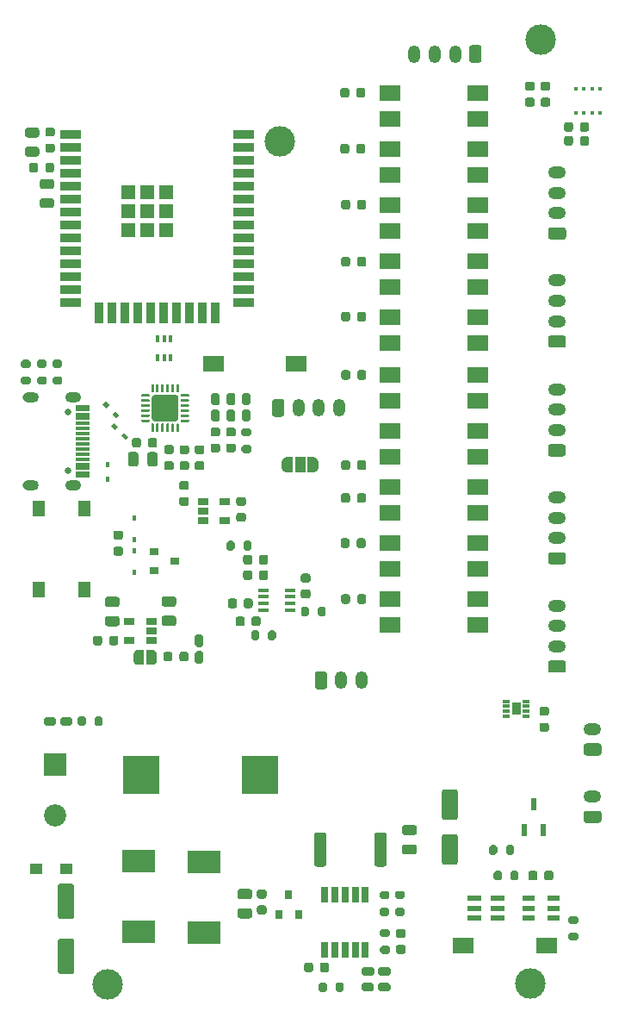
<source format=gbr>
G04 #@! TF.GenerationSoftware,KiCad,Pcbnew,(5.1.10)-1*
G04 #@! TF.CreationDate,2021-10-24T21:46:02+02:00*
G04 #@! TF.ProjectId,TestboardV2.2,54657374-626f-4617-9264-56322e322e6b,rev?*
G04 #@! TF.SameCoordinates,Original*
G04 #@! TF.FileFunction,Soldermask,Top*
G04 #@! TF.FilePolarity,Negative*
%FSLAX46Y46*%
G04 Gerber Fmt 4.6, Leading zero omitted, Abs format (unit mm)*
G04 Created by KiCad (PCBNEW (5.1.10)-1) date 2021-10-24 21:46:02*
%MOMM*%
%LPD*%
G01*
G04 APERTURE LIST*
%ADD10R,0.900000X1.300000*%
%ADD11R,0.750000X0.300000*%
%ADD12R,1.450000X0.300000*%
%ADD13C,0.670000*%
%ADD14O,1.750000X1.200000*%
%ADD15R,0.450000X0.600000*%
%ADD16R,3.650000X3.750000*%
%ADD17C,2.175000*%
%ADD18R,2.175000X2.175000*%
%ADD19R,1.400000X0.600000*%
%ADD20R,1.000000X1.500000*%
%ADD21C,0.100000*%
%ADD22R,0.420000X0.550000*%
%ADD23R,1.330000X1.330000*%
%ADD24R,2.000000X0.900000*%
%ADD25R,0.900000X2.000000*%
%ADD26R,0.400000X0.650000*%
%ADD27R,0.400000X0.400000*%
%ADD28R,2.100000X1.550000*%
%ADD29C,3.000000*%
%ADD30R,2.000000X1.500000*%
%ADD31R,1.060000X0.650000*%
%ADD32R,0.900000X0.800000*%
%ADD33R,1.240000X1.120000*%
%ADD34R,3.200000X2.250000*%
%ADD35R,1.050000X0.450000*%
%ADD36R,0.650000X1.525000*%
%ADD37R,0.800000X0.900000*%
%ADD38R,0.600000X1.200000*%
%ADD39R,1.300000X1.550000*%
%ADD40R,1.200000X0.600000*%
%ADD41O,1.200000X1.750000*%
G04 APERTURE END LIST*
G36*
G01*
X120075000Y-122445000D02*
X120075000Y-121895000D01*
G75*
G02*
X120275000Y-121695000I200000J0D01*
G01*
X120675000Y-121695000D01*
G75*
G02*
X120875000Y-121895000I0J-200000D01*
G01*
X120875000Y-122445000D01*
G75*
G02*
X120675000Y-122645000I-200000J0D01*
G01*
X120275000Y-122645000D01*
G75*
G02*
X120075000Y-122445000I0J200000D01*
G01*
G37*
G36*
G01*
X118425000Y-122445000D02*
X118425000Y-121895000D01*
G75*
G02*
X118625000Y-121695000I200000J0D01*
G01*
X119025000Y-121695000D01*
G75*
G02*
X119225000Y-121895000I0J-200000D01*
G01*
X119225000Y-122445000D01*
G75*
G02*
X119025000Y-122645000I-200000J0D01*
G01*
X118625000Y-122645000D01*
G75*
G02*
X118425000Y-122445000I0J200000D01*
G01*
G37*
D10*
X146910000Y-138200000D03*
D11*
X145910000Y-138950000D03*
X145910000Y-138450000D03*
X145910000Y-137950000D03*
X145910000Y-137450000D03*
X147910000Y-137450000D03*
X147910000Y-137950000D03*
X147910000Y-138450000D03*
X147910000Y-138950000D03*
G36*
G01*
X120085000Y-110635000D02*
X120635000Y-110635000D01*
G75*
G02*
X120835000Y-110835000I0J-200000D01*
G01*
X120835000Y-111235000D01*
G75*
G02*
X120635000Y-111435000I-200000J0D01*
G01*
X120085000Y-111435000D01*
G75*
G02*
X119885000Y-111235000I0J200000D01*
G01*
X119885000Y-110835000D01*
G75*
G02*
X120085000Y-110635000I200000J0D01*
G01*
G37*
G36*
G01*
X120085000Y-112285000D02*
X120635000Y-112285000D01*
G75*
G02*
X120835000Y-112485000I0J-200000D01*
G01*
X120835000Y-112885000D01*
G75*
G02*
X120635000Y-113085000I-200000J0D01*
G01*
X120085000Y-113085000D01*
G75*
G02*
X119885000Y-112885000I0J200000D01*
G01*
X119885000Y-112485000D01*
G75*
G02*
X120085000Y-112285000I200000J0D01*
G01*
G37*
G36*
G01*
X120147500Y-108780000D02*
X120572500Y-108780000D01*
G75*
G02*
X120785000Y-108992500I0J-212500D01*
G01*
X120785000Y-109792500D01*
G75*
G02*
X120572500Y-110005000I-212500J0D01*
G01*
X120147500Y-110005000D01*
G75*
G02*
X119935000Y-109792500I0J212500D01*
G01*
X119935000Y-108992500D01*
G75*
G02*
X120147500Y-108780000I212500J0D01*
G01*
G37*
G36*
G01*
X120147500Y-107155000D02*
X120572500Y-107155000D01*
G75*
G02*
X120785000Y-107367500I0J-212500D01*
G01*
X120785000Y-108167500D01*
G75*
G02*
X120572500Y-108380000I-212500J0D01*
G01*
X120147500Y-108380000D01*
G75*
G02*
X119935000Y-108167500I0J212500D01*
G01*
X119935000Y-107367500D01*
G75*
G02*
X120147500Y-107155000I212500J0D01*
G01*
G37*
G36*
G01*
X105445000Y-139695000D02*
X105445000Y-139145000D01*
G75*
G02*
X105645000Y-138945000I200000J0D01*
G01*
X106045000Y-138945000D01*
G75*
G02*
X106245000Y-139145000I0J-200000D01*
G01*
X106245000Y-139695000D01*
G75*
G02*
X106045000Y-139895000I-200000J0D01*
G01*
X105645000Y-139895000D01*
G75*
G02*
X105445000Y-139695000I0J200000D01*
G01*
G37*
G36*
G01*
X103795000Y-139695000D02*
X103795000Y-139145000D01*
G75*
G02*
X103995000Y-138945000I200000J0D01*
G01*
X104395000Y-138945000D01*
G75*
G02*
X104595000Y-139145000I0J-200000D01*
G01*
X104595000Y-139695000D01*
G75*
G02*
X104395000Y-139895000I-200000J0D01*
G01*
X103995000Y-139895000D01*
G75*
G02*
X103795000Y-139695000I0J200000D01*
G01*
G37*
G36*
G01*
X102060000Y-139642500D02*
X102060000Y-139217500D01*
G75*
G02*
X102272500Y-139005000I212500J0D01*
G01*
X103072500Y-139005000D01*
G75*
G02*
X103285000Y-139217500I0J-212500D01*
G01*
X103285000Y-139642500D01*
G75*
G02*
X103072500Y-139855000I-212500J0D01*
G01*
X102272500Y-139855000D01*
G75*
G02*
X102060000Y-139642500I0J212500D01*
G01*
G37*
G36*
G01*
X100435000Y-139642500D02*
X100435000Y-139217500D01*
G75*
G02*
X100647500Y-139005000I212500J0D01*
G01*
X101447500Y-139005000D01*
G75*
G02*
X101660000Y-139217500I0J-212500D01*
G01*
X101660000Y-139642500D01*
G75*
G02*
X101447500Y-139855000I-212500J0D01*
G01*
X100647500Y-139855000D01*
G75*
G02*
X100435000Y-139642500I0J212500D01*
G01*
G37*
G36*
G01*
X119745000Y-157790000D02*
X120695000Y-157790000D01*
G75*
G02*
X120945000Y-158040000I0J-250000D01*
G01*
X120945000Y-158540000D01*
G75*
G02*
X120695000Y-158790000I-250000J0D01*
G01*
X119745000Y-158790000D01*
G75*
G02*
X119495000Y-158540000I0J250000D01*
G01*
X119495000Y-158040000D01*
G75*
G02*
X119745000Y-157790000I250000J0D01*
G01*
G37*
G36*
G01*
X119745000Y-155890000D02*
X120695000Y-155890000D01*
G75*
G02*
X120945000Y-156140000I0J-250000D01*
G01*
X120945000Y-156640000D01*
G75*
G02*
X120695000Y-156890000I-250000J0D01*
G01*
X119745000Y-156890000D01*
G75*
G02*
X119495000Y-156640000I0J250000D01*
G01*
X119495000Y-156140000D01*
G75*
G02*
X119745000Y-155890000I250000J0D01*
G01*
G37*
G36*
G01*
X113225000Y-128160000D02*
X112275000Y-128160000D01*
G75*
G02*
X112025000Y-127910000I0J250000D01*
G01*
X112025000Y-127410000D01*
G75*
G02*
X112275000Y-127160000I250000J0D01*
G01*
X113225000Y-127160000D01*
G75*
G02*
X113475000Y-127410000I0J-250000D01*
G01*
X113475000Y-127910000D01*
G75*
G02*
X113225000Y-128160000I-250000J0D01*
G01*
G37*
G36*
G01*
X113225000Y-130060000D02*
X112275000Y-130060000D01*
G75*
G02*
X112025000Y-129810000I0J250000D01*
G01*
X112025000Y-129310000D01*
G75*
G02*
X112275000Y-129060000I250000J0D01*
G01*
X113225000Y-129060000D01*
G75*
G02*
X113475000Y-129310000I0J-250000D01*
G01*
X113475000Y-129810000D01*
G75*
G02*
X113225000Y-130060000I-250000J0D01*
G01*
G37*
G36*
G01*
X107655000Y-128190000D02*
X106705000Y-128190000D01*
G75*
G02*
X106455000Y-127940000I0J250000D01*
G01*
X106455000Y-127440000D01*
G75*
G02*
X106705000Y-127190000I250000J0D01*
G01*
X107655000Y-127190000D01*
G75*
G02*
X107905000Y-127440000I0J-250000D01*
G01*
X107905000Y-127940000D01*
G75*
G02*
X107655000Y-128190000I-250000J0D01*
G01*
G37*
G36*
G01*
X107655000Y-130090000D02*
X106705000Y-130090000D01*
G75*
G02*
X106455000Y-129840000I0J250000D01*
G01*
X106455000Y-129340000D01*
G75*
G02*
X106705000Y-129090000I250000J0D01*
G01*
X107655000Y-129090000D01*
G75*
G02*
X107905000Y-129340000I0J-250000D01*
G01*
X107905000Y-129840000D01*
G75*
G02*
X107655000Y-130090000I-250000J0D01*
G01*
G37*
G36*
G01*
X109730000Y-113215000D02*
X109730000Y-114165000D01*
G75*
G02*
X109480000Y-114415000I-250000J0D01*
G01*
X108980000Y-114415000D01*
G75*
G02*
X108730000Y-114165000I0J250000D01*
G01*
X108730000Y-113215000D01*
G75*
G02*
X108980000Y-112965000I250000J0D01*
G01*
X109480000Y-112965000D01*
G75*
G02*
X109730000Y-113215000I0J-250000D01*
G01*
G37*
G36*
G01*
X111630000Y-113215000D02*
X111630000Y-114165000D01*
G75*
G02*
X111380000Y-114415000I-250000J0D01*
G01*
X110880000Y-114415000D01*
G75*
G02*
X110630000Y-114165000I0J250000D01*
G01*
X110630000Y-113215000D01*
G75*
G02*
X110880000Y-112965000I250000J0D01*
G01*
X111380000Y-112965000D01*
G75*
G02*
X111630000Y-113215000I0J-250000D01*
G01*
G37*
D12*
X104260000Y-111170000D03*
X104260000Y-111670000D03*
X104260000Y-112170000D03*
X104260000Y-112670000D03*
X104260000Y-113170000D03*
X104260000Y-114220000D03*
X104260000Y-115020000D03*
X104260000Y-115320000D03*
X104260000Y-114520000D03*
X104260000Y-113670000D03*
X104260000Y-110670000D03*
X104260000Y-109620000D03*
X104260000Y-108820000D03*
G36*
G01*
X103040000Y-107100000D02*
X103640000Y-107100000D01*
G75*
G02*
X104140000Y-107600000I0J-500000D01*
G01*
X104140000Y-107600000D01*
G75*
G02*
X103640000Y-108100000I-500000J0D01*
G01*
X103040000Y-108100000D01*
G75*
G02*
X102540000Y-107600000I0J500000D01*
G01*
X102540000Y-107600000D01*
G75*
G02*
X103040000Y-107100000I500000J0D01*
G01*
G37*
G36*
G01*
X103040000Y-115740000D02*
X103640000Y-115740000D01*
G75*
G02*
X104140000Y-116240000I0J-500000D01*
G01*
X104140000Y-116240000D01*
G75*
G02*
X103640000Y-116740000I-500000J0D01*
G01*
X103040000Y-116740000D01*
G75*
G02*
X102540000Y-116240000I0J500000D01*
G01*
X102540000Y-116240000D01*
G75*
G02*
X103040000Y-115740000I500000J0D01*
G01*
G37*
G36*
G01*
X98860000Y-115740000D02*
X99460000Y-115740000D01*
G75*
G02*
X99960000Y-116240000I0J-500000D01*
G01*
X99960000Y-116240000D01*
G75*
G02*
X99460000Y-116740000I-500000J0D01*
G01*
X98860000Y-116740000D01*
G75*
G02*
X98360000Y-116240000I0J500000D01*
G01*
X98360000Y-116240000D01*
G75*
G02*
X98860000Y-115740000I500000J0D01*
G01*
G37*
G36*
G01*
X98860000Y-107100000D02*
X99460000Y-107100000D01*
G75*
G02*
X99960000Y-107600000I0J-500000D01*
G01*
X99960000Y-107600000D01*
G75*
G02*
X99460000Y-108100000I-500000J0D01*
G01*
X98860000Y-108100000D01*
G75*
G02*
X98360000Y-107600000I0J500000D01*
G01*
X98360000Y-107600000D01*
G75*
G02*
X98860000Y-107100000I500000J0D01*
G01*
G37*
X104260000Y-110170000D03*
X104260000Y-109320000D03*
X104260000Y-108520000D03*
D13*
X102810000Y-109020000D03*
X102810000Y-114820000D03*
D14*
X154430000Y-140190000D03*
G36*
G01*
X155055001Y-142790000D02*
X153804999Y-142790000D01*
G75*
G02*
X153555000Y-142540001I0J249999D01*
G01*
X153555000Y-141839999D01*
G75*
G02*
X153804999Y-141590000I249999J0D01*
G01*
X155055001Y-141590000D01*
G75*
G02*
X155305000Y-141839999I0J-249999D01*
G01*
X155305000Y-142540001D01*
G75*
G02*
X155055001Y-142790000I-249999J0D01*
G01*
G37*
G36*
G01*
X151545400Y-134650000D02*
X150294600Y-134650000D01*
G75*
G02*
X150045000Y-134400400I0J249600D01*
G01*
X150045000Y-133699600D01*
G75*
G02*
X150294600Y-133450000I249600J0D01*
G01*
X151545400Y-133450000D01*
G75*
G02*
X151795000Y-133699600I0J-249600D01*
G01*
X151795000Y-134400400D01*
G75*
G02*
X151545400Y-134650000I-249600J0D01*
G01*
G37*
X150920000Y-132050000D03*
X150920000Y-130050000D03*
X150920000Y-128050000D03*
X150910000Y-117420000D03*
X150910000Y-119420000D03*
X150910000Y-121420000D03*
G36*
G01*
X151535400Y-124020000D02*
X150284600Y-124020000D01*
G75*
G02*
X150035000Y-123770400I0J249600D01*
G01*
X150035000Y-123069600D01*
G75*
G02*
X150284600Y-122820000I249600J0D01*
G01*
X151535400Y-122820000D01*
G75*
G02*
X151785000Y-123069600I0J-249600D01*
G01*
X151785000Y-123770400D01*
G75*
G02*
X151535400Y-124020000I-249600J0D01*
G01*
G37*
X150910000Y-106810000D03*
X150910000Y-108810000D03*
X150910000Y-110810000D03*
G36*
G01*
X151535400Y-113410000D02*
X150284600Y-113410000D01*
G75*
G02*
X150035000Y-113160400I0J249600D01*
G01*
X150035000Y-112459600D01*
G75*
G02*
X150284600Y-112210000I249600J0D01*
G01*
X151535400Y-112210000D01*
G75*
G02*
X151785000Y-112459600I0J-249600D01*
G01*
X151785000Y-113160400D01*
G75*
G02*
X151535400Y-113410000I-249600J0D01*
G01*
G37*
X150930000Y-96130000D03*
X150930000Y-98130000D03*
X150930000Y-100130000D03*
G36*
G01*
X151555400Y-102730000D02*
X150304600Y-102730000D01*
G75*
G02*
X150055000Y-102480400I0J249600D01*
G01*
X150055000Y-101779600D01*
G75*
G02*
X150304600Y-101530000I249600J0D01*
G01*
X151555400Y-101530000D01*
G75*
G02*
X151805000Y-101779600I0J-249600D01*
G01*
X151805000Y-102480400D01*
G75*
G02*
X151555400Y-102730000I-249600J0D01*
G01*
G37*
X150940000Y-85510000D03*
X150940000Y-87510000D03*
X150940000Y-89510000D03*
G36*
G01*
X151565400Y-92110000D02*
X150314600Y-92110000D01*
G75*
G02*
X150065000Y-91860400I0J249600D01*
G01*
X150065000Y-91159600D01*
G75*
G02*
X150314600Y-90910000I249600J0D01*
G01*
X151565400Y-90910000D01*
G75*
G02*
X151815000Y-91159600I0J-249600D01*
G01*
X151815000Y-91860400D01*
G75*
G02*
X151565400Y-92110000I-249600J0D01*
G01*
G37*
D15*
X109380000Y-121540000D03*
X109380000Y-119440000D03*
G36*
G01*
X132950000Y-153455001D02*
X132950000Y-150604999D01*
G75*
G02*
X133199999Y-150355000I249999J0D01*
G01*
X133925001Y-150355000D01*
G75*
G02*
X134175000Y-150604999I0J-249999D01*
G01*
X134175000Y-153455001D01*
G75*
G02*
X133925001Y-153705000I-249999J0D01*
G01*
X133199999Y-153705000D01*
G75*
G02*
X132950000Y-153455001I0J249999D01*
G01*
G37*
G36*
G01*
X127025000Y-153455001D02*
X127025000Y-150604999D01*
G75*
G02*
X127274999Y-150355000I249999J0D01*
G01*
X128000001Y-150355000D01*
G75*
G02*
X128250000Y-150604999I0J-249999D01*
G01*
X128250000Y-153455001D01*
G75*
G02*
X128000001Y-153705000I-249999J0D01*
G01*
X127274999Y-153705000D01*
G75*
G02*
X127025000Y-153455001I0J249999D01*
G01*
G37*
G36*
G01*
X134235000Y-156885000D02*
X133685000Y-156885000D01*
G75*
G02*
X133485000Y-156685000I0J200000D01*
G01*
X133485000Y-156285000D01*
G75*
G02*
X133685000Y-156085000I200000J0D01*
G01*
X134235000Y-156085000D01*
G75*
G02*
X134435000Y-156285000I0J-200000D01*
G01*
X134435000Y-156685000D01*
G75*
G02*
X134235000Y-156885000I-200000J0D01*
G01*
G37*
G36*
G01*
X134235000Y-158535000D02*
X133685000Y-158535000D01*
G75*
G02*
X133485000Y-158335000I0J200000D01*
G01*
X133485000Y-157935000D01*
G75*
G02*
X133685000Y-157735000I200000J0D01*
G01*
X134235000Y-157735000D01*
G75*
G02*
X134435000Y-157935000I0J-200000D01*
G01*
X134435000Y-158335000D01*
G75*
G02*
X134235000Y-158535000I-200000J0D01*
G01*
G37*
G36*
G01*
X140930000Y-149110000D02*
X139830000Y-149110000D01*
G75*
G02*
X139580000Y-148860000I0J250000D01*
G01*
X139580000Y-146360000D01*
G75*
G02*
X139830000Y-146110000I250000J0D01*
G01*
X140930000Y-146110000D01*
G75*
G02*
X141180000Y-146360000I0J-250000D01*
G01*
X141180000Y-148860000D01*
G75*
G02*
X140930000Y-149110000I-250000J0D01*
G01*
G37*
G36*
G01*
X140930000Y-153510000D02*
X139830000Y-153510000D01*
G75*
G02*
X139580000Y-153260000I0J250000D01*
G01*
X139580000Y-150760000D01*
G75*
G02*
X139830000Y-150510000I250000J0D01*
G01*
X140930000Y-150510000D01*
G75*
G02*
X141180000Y-150760000I0J-250000D01*
G01*
X141180000Y-153260000D01*
G75*
G02*
X140930000Y-153510000I-250000J0D01*
G01*
G37*
D16*
X121740000Y-144690000D03*
X110040000Y-144690000D03*
D17*
X101550000Y-148630000D03*
D18*
X101550000Y-143630000D03*
D19*
X145060000Y-158730000D03*
X145060000Y-157780000D03*
X145060000Y-156830000D03*
X142760000Y-158730000D03*
X142760000Y-157780000D03*
X142760000Y-156830000D03*
D20*
X125650000Y-114210000D03*
D21*
G36*
X124350000Y-114959398D02*
G01*
X124325466Y-114959398D01*
X124276635Y-114954588D01*
X124228510Y-114945016D01*
X124181555Y-114930772D01*
X124136222Y-114911995D01*
X124092949Y-114888864D01*
X124052150Y-114861604D01*
X124014221Y-114830476D01*
X123979524Y-114795779D01*
X123948396Y-114757850D01*
X123921136Y-114717051D01*
X123898005Y-114673778D01*
X123879228Y-114628445D01*
X123864984Y-114581490D01*
X123855412Y-114533365D01*
X123850602Y-114484534D01*
X123850602Y-114460000D01*
X123850000Y-114460000D01*
X123850000Y-113960000D01*
X123850602Y-113960000D01*
X123850602Y-113935466D01*
X123855412Y-113886635D01*
X123864984Y-113838510D01*
X123879228Y-113791555D01*
X123898005Y-113746222D01*
X123921136Y-113702949D01*
X123948396Y-113662150D01*
X123979524Y-113624221D01*
X124014221Y-113589524D01*
X124052150Y-113558396D01*
X124092949Y-113531136D01*
X124136222Y-113508005D01*
X124181555Y-113489228D01*
X124228510Y-113474984D01*
X124276635Y-113465412D01*
X124325466Y-113460602D01*
X124350000Y-113460602D01*
X124350000Y-113460000D01*
X124900000Y-113460000D01*
X124900000Y-114960000D01*
X124350000Y-114960000D01*
X124350000Y-114959398D01*
G37*
G36*
X126400000Y-113460000D02*
G01*
X126950000Y-113460000D01*
X126950000Y-113460602D01*
X126974534Y-113460602D01*
X127023365Y-113465412D01*
X127071490Y-113474984D01*
X127118445Y-113489228D01*
X127163778Y-113508005D01*
X127207051Y-113531136D01*
X127247850Y-113558396D01*
X127285779Y-113589524D01*
X127320476Y-113624221D01*
X127351604Y-113662150D01*
X127378864Y-113702949D01*
X127401995Y-113746222D01*
X127420772Y-113791555D01*
X127435016Y-113838510D01*
X127444588Y-113886635D01*
X127449398Y-113935466D01*
X127449398Y-113960000D01*
X127450000Y-113960000D01*
X127450000Y-114460000D01*
X127449398Y-114460000D01*
X127449398Y-114484534D01*
X127444588Y-114533365D01*
X127435016Y-114581490D01*
X127420772Y-114628445D01*
X127401995Y-114673778D01*
X127378864Y-114717051D01*
X127351604Y-114757850D01*
X127320476Y-114795779D01*
X127285779Y-114830476D01*
X127247850Y-114861604D01*
X127207051Y-114888864D01*
X127163778Y-114911995D01*
X127118445Y-114930772D01*
X127071490Y-114945016D01*
X127023365Y-114954588D01*
X126974534Y-114959398D01*
X126950000Y-114959398D01*
X126950000Y-114960000D01*
X126400000Y-114960000D01*
X126400000Y-113460000D01*
G37*
G36*
G01*
X118647500Y-108790000D02*
X119072500Y-108790000D01*
G75*
G02*
X119285000Y-109002500I0J-212500D01*
G01*
X119285000Y-109802500D01*
G75*
G02*
X119072500Y-110015000I-212500J0D01*
G01*
X118647500Y-110015000D01*
G75*
G02*
X118435000Y-109802500I0J212500D01*
G01*
X118435000Y-109002500D01*
G75*
G02*
X118647500Y-108790000I212500J0D01*
G01*
G37*
G36*
G01*
X118647500Y-107165000D02*
X119072500Y-107165000D01*
G75*
G02*
X119285000Y-107377500I0J-212500D01*
G01*
X119285000Y-108177500D01*
G75*
G02*
X119072500Y-108390000I-212500J0D01*
G01*
X118647500Y-108390000D01*
G75*
G02*
X118435000Y-108177500I0J212500D01*
G01*
X118435000Y-107377500D01*
G75*
G02*
X118647500Y-107165000I212500J0D01*
G01*
G37*
G36*
G01*
X117117500Y-107165000D02*
X117542500Y-107165000D01*
G75*
G02*
X117755000Y-107377500I0J-212500D01*
G01*
X117755000Y-108177500D01*
G75*
G02*
X117542500Y-108390000I-212500J0D01*
G01*
X117117500Y-108390000D01*
G75*
G02*
X116905000Y-108177500I0J212500D01*
G01*
X116905000Y-107377500D01*
G75*
G02*
X117117500Y-107165000I212500J0D01*
G01*
G37*
G36*
G01*
X117117500Y-108790000D02*
X117542500Y-108790000D01*
G75*
G02*
X117755000Y-109002500I0J-212500D01*
G01*
X117755000Y-109802500D01*
G75*
G02*
X117542500Y-110015000I-212500J0D01*
G01*
X117117500Y-110015000D01*
G75*
G02*
X116905000Y-109802500I0J212500D01*
G01*
X116905000Y-109002500D01*
G75*
G02*
X117117500Y-108790000I212500J0D01*
G01*
G37*
G36*
G01*
X115507500Y-132520000D02*
X115932500Y-132520000D01*
G75*
G02*
X116145000Y-132732500I0J-212500D01*
G01*
X116145000Y-133532500D01*
G75*
G02*
X115932500Y-133745000I-212500J0D01*
G01*
X115507500Y-133745000D01*
G75*
G02*
X115295000Y-133532500I0J212500D01*
G01*
X115295000Y-132732500D01*
G75*
G02*
X115507500Y-132520000I212500J0D01*
G01*
G37*
G36*
G01*
X115507500Y-130895000D02*
X115932500Y-130895000D01*
G75*
G02*
X116145000Y-131107500I0J-212500D01*
G01*
X116145000Y-131907500D01*
G75*
G02*
X115932500Y-132120000I-212500J0D01*
G01*
X115507500Y-132120000D01*
G75*
G02*
X115295000Y-131907500I0J212500D01*
G01*
X115295000Y-131107500D01*
G75*
G02*
X115507500Y-130895000I212500J0D01*
G01*
G37*
G36*
G01*
X118593750Y-112140000D02*
X119106250Y-112140000D01*
G75*
G02*
X119325000Y-112358750I0J-218750D01*
G01*
X119325000Y-112796250D01*
G75*
G02*
X119106250Y-113015000I-218750J0D01*
G01*
X118593750Y-113015000D01*
G75*
G02*
X118375000Y-112796250I0J218750D01*
G01*
X118375000Y-112358750D01*
G75*
G02*
X118593750Y-112140000I218750J0D01*
G01*
G37*
G36*
G01*
X118593750Y-110565000D02*
X119106250Y-110565000D01*
G75*
G02*
X119325000Y-110783750I0J-218750D01*
G01*
X119325000Y-111221250D01*
G75*
G02*
X119106250Y-111440000I-218750J0D01*
G01*
X118593750Y-111440000D01*
G75*
G02*
X118375000Y-111221250I0J218750D01*
G01*
X118375000Y-110783750D01*
G75*
G02*
X118593750Y-110565000I218750J0D01*
G01*
G37*
G36*
G01*
X117063750Y-112140000D02*
X117576250Y-112140000D01*
G75*
G02*
X117795000Y-112358750I0J-218750D01*
G01*
X117795000Y-112796250D01*
G75*
G02*
X117576250Y-113015000I-218750J0D01*
G01*
X117063750Y-113015000D01*
G75*
G02*
X116845000Y-112796250I0J218750D01*
G01*
X116845000Y-112358750D01*
G75*
G02*
X117063750Y-112140000I218750J0D01*
G01*
G37*
G36*
G01*
X117063750Y-110565000D02*
X117576250Y-110565000D01*
G75*
G02*
X117795000Y-110783750I0J-218750D01*
G01*
X117795000Y-111221250D01*
G75*
G02*
X117576250Y-111440000I-218750J0D01*
G01*
X117063750Y-111440000D01*
G75*
G02*
X116845000Y-111221250I0J218750D01*
G01*
X116845000Y-110783750D01*
G75*
G02*
X117063750Y-110565000I218750J0D01*
G01*
G37*
G36*
G01*
X100303750Y-88040000D02*
X101216250Y-88040000D01*
G75*
G02*
X101460000Y-88283750I0J-243750D01*
G01*
X101460000Y-88771250D01*
G75*
G02*
X101216250Y-89015000I-243750J0D01*
G01*
X100303750Y-89015000D01*
G75*
G02*
X100060000Y-88771250I0J243750D01*
G01*
X100060000Y-88283750D01*
G75*
G02*
X100303750Y-88040000I243750J0D01*
G01*
G37*
G36*
G01*
X100303750Y-86165000D02*
X101216250Y-86165000D01*
G75*
G02*
X101460000Y-86408750I0J-243750D01*
G01*
X101460000Y-86896250D01*
G75*
G02*
X101216250Y-87140000I-243750J0D01*
G01*
X100303750Y-87140000D01*
G75*
G02*
X100060000Y-86896250I0J243750D01*
G01*
X100060000Y-86408750D01*
G75*
G02*
X100303750Y-86165000I243750J0D01*
G01*
G37*
G36*
G01*
X99756250Y-82090000D02*
X98843750Y-82090000D01*
G75*
G02*
X98600000Y-81846250I0J243750D01*
G01*
X98600000Y-81358750D01*
G75*
G02*
X98843750Y-81115000I243750J0D01*
G01*
X99756250Y-81115000D01*
G75*
G02*
X100000000Y-81358750I0J-243750D01*
G01*
X100000000Y-81846250D01*
G75*
G02*
X99756250Y-82090000I-243750J0D01*
G01*
G37*
G36*
G01*
X99756250Y-83965000D02*
X98843750Y-83965000D01*
G75*
G02*
X98600000Y-83721250I0J243750D01*
G01*
X98600000Y-83233750D01*
G75*
G02*
X98843750Y-82990000I243750J0D01*
G01*
X99756250Y-82990000D01*
G75*
G02*
X100000000Y-83233750I0J-243750D01*
G01*
X100000000Y-83721250D01*
G75*
G02*
X99756250Y-83965000I-243750J0D01*
G01*
G37*
G36*
X107470987Y-110787972D02*
G01*
X107082078Y-110399063D01*
X107379063Y-110102078D01*
X107767972Y-110490987D01*
X107470987Y-110787972D01*
G37*
G36*
X108460937Y-111777922D02*
G01*
X108072028Y-111389013D01*
X108369013Y-111092028D01*
X108757922Y-111480937D01*
X108460937Y-111777922D01*
G37*
G36*
X106519063Y-107982078D02*
G01*
X106907972Y-108370987D01*
X106610987Y-108667972D01*
X106222078Y-108279063D01*
X106519063Y-107982078D01*
G37*
G36*
X107509013Y-108972028D02*
G01*
X107897922Y-109360937D01*
X107600937Y-109657922D01*
X107212028Y-109269013D01*
X107509013Y-108972028D01*
G37*
D22*
X106700000Y-115640000D03*
X106700000Y-114240000D03*
D21*
G36*
X111070000Y-132390602D02*
G01*
X111094534Y-132390602D01*
X111143365Y-132395412D01*
X111191490Y-132404984D01*
X111238445Y-132419228D01*
X111283778Y-132438005D01*
X111327051Y-132461136D01*
X111367850Y-132488396D01*
X111405779Y-132519524D01*
X111440476Y-132554221D01*
X111471604Y-132592150D01*
X111498864Y-132632949D01*
X111521995Y-132676222D01*
X111540772Y-132721555D01*
X111555016Y-132768510D01*
X111564588Y-132816635D01*
X111569398Y-132865466D01*
X111569398Y-132890000D01*
X111570000Y-132890000D01*
X111570000Y-133390000D01*
X111569398Y-133390000D01*
X111569398Y-133414534D01*
X111564588Y-133463365D01*
X111555016Y-133511490D01*
X111540772Y-133558445D01*
X111521995Y-133603778D01*
X111498864Y-133647051D01*
X111471604Y-133687850D01*
X111440476Y-133725779D01*
X111405779Y-133760476D01*
X111367850Y-133791604D01*
X111327051Y-133818864D01*
X111283778Y-133841995D01*
X111238445Y-133860772D01*
X111191490Y-133875016D01*
X111143365Y-133884588D01*
X111094534Y-133889398D01*
X111070000Y-133889398D01*
X111070000Y-133890000D01*
X110570000Y-133890000D01*
X110570000Y-132390000D01*
X111070000Y-132390000D01*
X111070000Y-132390602D01*
G37*
G36*
X110270000Y-133890000D02*
G01*
X109770000Y-133890000D01*
X109770000Y-133889398D01*
X109745466Y-133889398D01*
X109696635Y-133884588D01*
X109648510Y-133875016D01*
X109601555Y-133860772D01*
X109556222Y-133841995D01*
X109512949Y-133818864D01*
X109472150Y-133791604D01*
X109434221Y-133760476D01*
X109399524Y-133725779D01*
X109368396Y-133687850D01*
X109341136Y-133647051D01*
X109318005Y-133603778D01*
X109299228Y-133558445D01*
X109284984Y-133511490D01*
X109275412Y-133463365D01*
X109270602Y-133414534D01*
X109270602Y-133390000D01*
X109270000Y-133390000D01*
X109270000Y-132890000D01*
X109270602Y-132890000D01*
X109270602Y-132865466D01*
X109275412Y-132816635D01*
X109284984Y-132768510D01*
X109299228Y-132721555D01*
X109318005Y-132676222D01*
X109341136Y-132632949D01*
X109368396Y-132592150D01*
X109399524Y-132554221D01*
X109434221Y-132519524D01*
X109472150Y-132488396D01*
X109512949Y-132461136D01*
X109556222Y-132438005D01*
X109601555Y-132419228D01*
X109648510Y-132404984D01*
X109696635Y-132395412D01*
X109745466Y-132390602D01*
X109770000Y-132390602D01*
X109770000Y-132390000D01*
X110270000Y-132390000D01*
X110270000Y-133890000D01*
G37*
G36*
G01*
X111080000Y-109710000D02*
X111080000Y-107610000D01*
G75*
G02*
X111330000Y-107360000I250000J0D01*
G01*
X113430000Y-107360000D01*
G75*
G02*
X113680000Y-107610000I0J-250000D01*
G01*
X113680000Y-109710000D01*
G75*
G02*
X113430000Y-109960000I-250000J0D01*
G01*
X111330000Y-109960000D01*
G75*
G02*
X111080000Y-109710000I0J250000D01*
G01*
G37*
G36*
G01*
X110030000Y-107472500D02*
X110030000Y-107347500D01*
G75*
G02*
X110092500Y-107285000I62500J0D01*
G01*
X110792500Y-107285000D01*
G75*
G02*
X110855000Y-107347500I0J-62500D01*
G01*
X110855000Y-107472500D01*
G75*
G02*
X110792500Y-107535000I-62500J0D01*
G01*
X110092500Y-107535000D01*
G75*
G02*
X110030000Y-107472500I0J62500D01*
G01*
G37*
G36*
G01*
X110030000Y-107972500D02*
X110030000Y-107847500D01*
G75*
G02*
X110092500Y-107785000I62500J0D01*
G01*
X110792500Y-107785000D01*
G75*
G02*
X110855000Y-107847500I0J-62500D01*
G01*
X110855000Y-107972500D01*
G75*
G02*
X110792500Y-108035000I-62500J0D01*
G01*
X110092500Y-108035000D01*
G75*
G02*
X110030000Y-107972500I0J62500D01*
G01*
G37*
G36*
G01*
X110030000Y-108472500D02*
X110030000Y-108347500D01*
G75*
G02*
X110092500Y-108285000I62500J0D01*
G01*
X110792500Y-108285000D01*
G75*
G02*
X110855000Y-108347500I0J-62500D01*
G01*
X110855000Y-108472500D01*
G75*
G02*
X110792500Y-108535000I-62500J0D01*
G01*
X110092500Y-108535000D01*
G75*
G02*
X110030000Y-108472500I0J62500D01*
G01*
G37*
G36*
G01*
X110030000Y-108972500D02*
X110030000Y-108847500D01*
G75*
G02*
X110092500Y-108785000I62500J0D01*
G01*
X110792500Y-108785000D01*
G75*
G02*
X110855000Y-108847500I0J-62500D01*
G01*
X110855000Y-108972500D01*
G75*
G02*
X110792500Y-109035000I-62500J0D01*
G01*
X110092500Y-109035000D01*
G75*
G02*
X110030000Y-108972500I0J62500D01*
G01*
G37*
G36*
G01*
X110030000Y-109472500D02*
X110030000Y-109347500D01*
G75*
G02*
X110092500Y-109285000I62500J0D01*
G01*
X110792500Y-109285000D01*
G75*
G02*
X110855000Y-109347500I0J-62500D01*
G01*
X110855000Y-109472500D01*
G75*
G02*
X110792500Y-109535000I-62500J0D01*
G01*
X110092500Y-109535000D01*
G75*
G02*
X110030000Y-109472500I0J62500D01*
G01*
G37*
G36*
G01*
X110030000Y-109972500D02*
X110030000Y-109847500D01*
G75*
G02*
X110092500Y-109785000I62500J0D01*
G01*
X110792500Y-109785000D01*
G75*
G02*
X110855000Y-109847500I0J-62500D01*
G01*
X110855000Y-109972500D01*
G75*
G02*
X110792500Y-110035000I-62500J0D01*
G01*
X110092500Y-110035000D01*
G75*
G02*
X110030000Y-109972500I0J62500D01*
G01*
G37*
G36*
G01*
X111005000Y-110947500D02*
X111005000Y-110247500D01*
G75*
G02*
X111067500Y-110185000I62500J0D01*
G01*
X111192500Y-110185000D01*
G75*
G02*
X111255000Y-110247500I0J-62500D01*
G01*
X111255000Y-110947500D01*
G75*
G02*
X111192500Y-111010000I-62500J0D01*
G01*
X111067500Y-111010000D01*
G75*
G02*
X111005000Y-110947500I0J62500D01*
G01*
G37*
G36*
G01*
X111505000Y-110947500D02*
X111505000Y-110247500D01*
G75*
G02*
X111567500Y-110185000I62500J0D01*
G01*
X111692500Y-110185000D01*
G75*
G02*
X111755000Y-110247500I0J-62500D01*
G01*
X111755000Y-110947500D01*
G75*
G02*
X111692500Y-111010000I-62500J0D01*
G01*
X111567500Y-111010000D01*
G75*
G02*
X111505000Y-110947500I0J62500D01*
G01*
G37*
G36*
G01*
X112005000Y-110947500D02*
X112005000Y-110247500D01*
G75*
G02*
X112067500Y-110185000I62500J0D01*
G01*
X112192500Y-110185000D01*
G75*
G02*
X112255000Y-110247500I0J-62500D01*
G01*
X112255000Y-110947500D01*
G75*
G02*
X112192500Y-111010000I-62500J0D01*
G01*
X112067500Y-111010000D01*
G75*
G02*
X112005000Y-110947500I0J62500D01*
G01*
G37*
G36*
G01*
X112505000Y-110947500D02*
X112505000Y-110247500D01*
G75*
G02*
X112567500Y-110185000I62500J0D01*
G01*
X112692500Y-110185000D01*
G75*
G02*
X112755000Y-110247500I0J-62500D01*
G01*
X112755000Y-110947500D01*
G75*
G02*
X112692500Y-111010000I-62500J0D01*
G01*
X112567500Y-111010000D01*
G75*
G02*
X112505000Y-110947500I0J62500D01*
G01*
G37*
G36*
G01*
X113005000Y-110947500D02*
X113005000Y-110247500D01*
G75*
G02*
X113067500Y-110185000I62500J0D01*
G01*
X113192500Y-110185000D01*
G75*
G02*
X113255000Y-110247500I0J-62500D01*
G01*
X113255000Y-110947500D01*
G75*
G02*
X113192500Y-111010000I-62500J0D01*
G01*
X113067500Y-111010000D01*
G75*
G02*
X113005000Y-110947500I0J62500D01*
G01*
G37*
G36*
G01*
X113505000Y-110947500D02*
X113505000Y-110247500D01*
G75*
G02*
X113567500Y-110185000I62500J0D01*
G01*
X113692500Y-110185000D01*
G75*
G02*
X113755000Y-110247500I0J-62500D01*
G01*
X113755000Y-110947500D01*
G75*
G02*
X113692500Y-111010000I-62500J0D01*
G01*
X113567500Y-111010000D01*
G75*
G02*
X113505000Y-110947500I0J62500D01*
G01*
G37*
G36*
G01*
X113905000Y-109972500D02*
X113905000Y-109847500D01*
G75*
G02*
X113967500Y-109785000I62500J0D01*
G01*
X114667500Y-109785000D01*
G75*
G02*
X114730000Y-109847500I0J-62500D01*
G01*
X114730000Y-109972500D01*
G75*
G02*
X114667500Y-110035000I-62500J0D01*
G01*
X113967500Y-110035000D01*
G75*
G02*
X113905000Y-109972500I0J62500D01*
G01*
G37*
G36*
G01*
X113905000Y-109472500D02*
X113905000Y-109347500D01*
G75*
G02*
X113967500Y-109285000I62500J0D01*
G01*
X114667500Y-109285000D01*
G75*
G02*
X114730000Y-109347500I0J-62500D01*
G01*
X114730000Y-109472500D01*
G75*
G02*
X114667500Y-109535000I-62500J0D01*
G01*
X113967500Y-109535000D01*
G75*
G02*
X113905000Y-109472500I0J62500D01*
G01*
G37*
G36*
G01*
X113905000Y-108972500D02*
X113905000Y-108847500D01*
G75*
G02*
X113967500Y-108785000I62500J0D01*
G01*
X114667500Y-108785000D01*
G75*
G02*
X114730000Y-108847500I0J-62500D01*
G01*
X114730000Y-108972500D01*
G75*
G02*
X114667500Y-109035000I-62500J0D01*
G01*
X113967500Y-109035000D01*
G75*
G02*
X113905000Y-108972500I0J62500D01*
G01*
G37*
G36*
G01*
X113905000Y-108472500D02*
X113905000Y-108347500D01*
G75*
G02*
X113967500Y-108285000I62500J0D01*
G01*
X114667500Y-108285000D01*
G75*
G02*
X114730000Y-108347500I0J-62500D01*
G01*
X114730000Y-108472500D01*
G75*
G02*
X114667500Y-108535000I-62500J0D01*
G01*
X113967500Y-108535000D01*
G75*
G02*
X113905000Y-108472500I0J62500D01*
G01*
G37*
G36*
G01*
X113905000Y-107972500D02*
X113905000Y-107847500D01*
G75*
G02*
X113967500Y-107785000I62500J0D01*
G01*
X114667500Y-107785000D01*
G75*
G02*
X114730000Y-107847500I0J-62500D01*
G01*
X114730000Y-107972500D01*
G75*
G02*
X114667500Y-108035000I-62500J0D01*
G01*
X113967500Y-108035000D01*
G75*
G02*
X113905000Y-107972500I0J62500D01*
G01*
G37*
G36*
G01*
X113905000Y-107472500D02*
X113905000Y-107347500D01*
G75*
G02*
X113967500Y-107285000I62500J0D01*
G01*
X114667500Y-107285000D01*
G75*
G02*
X114730000Y-107347500I0J-62500D01*
G01*
X114730000Y-107472500D01*
G75*
G02*
X114667500Y-107535000I-62500J0D01*
G01*
X113967500Y-107535000D01*
G75*
G02*
X113905000Y-107472500I0J62500D01*
G01*
G37*
G36*
G01*
X113505000Y-107072500D02*
X113505000Y-106372500D01*
G75*
G02*
X113567500Y-106310000I62500J0D01*
G01*
X113692500Y-106310000D01*
G75*
G02*
X113755000Y-106372500I0J-62500D01*
G01*
X113755000Y-107072500D01*
G75*
G02*
X113692500Y-107135000I-62500J0D01*
G01*
X113567500Y-107135000D01*
G75*
G02*
X113505000Y-107072500I0J62500D01*
G01*
G37*
G36*
G01*
X113005000Y-107072500D02*
X113005000Y-106372500D01*
G75*
G02*
X113067500Y-106310000I62500J0D01*
G01*
X113192500Y-106310000D01*
G75*
G02*
X113255000Y-106372500I0J-62500D01*
G01*
X113255000Y-107072500D01*
G75*
G02*
X113192500Y-107135000I-62500J0D01*
G01*
X113067500Y-107135000D01*
G75*
G02*
X113005000Y-107072500I0J62500D01*
G01*
G37*
G36*
G01*
X112505000Y-107072500D02*
X112505000Y-106372500D01*
G75*
G02*
X112567500Y-106310000I62500J0D01*
G01*
X112692500Y-106310000D01*
G75*
G02*
X112755000Y-106372500I0J-62500D01*
G01*
X112755000Y-107072500D01*
G75*
G02*
X112692500Y-107135000I-62500J0D01*
G01*
X112567500Y-107135000D01*
G75*
G02*
X112505000Y-107072500I0J62500D01*
G01*
G37*
G36*
G01*
X112005000Y-107072500D02*
X112005000Y-106372500D01*
G75*
G02*
X112067500Y-106310000I62500J0D01*
G01*
X112192500Y-106310000D01*
G75*
G02*
X112255000Y-106372500I0J-62500D01*
G01*
X112255000Y-107072500D01*
G75*
G02*
X112192500Y-107135000I-62500J0D01*
G01*
X112067500Y-107135000D01*
G75*
G02*
X112005000Y-107072500I0J62500D01*
G01*
G37*
G36*
G01*
X111505000Y-107072500D02*
X111505000Y-106372500D01*
G75*
G02*
X111567500Y-106310000I62500J0D01*
G01*
X111692500Y-106310000D01*
G75*
G02*
X111755000Y-106372500I0J-62500D01*
G01*
X111755000Y-107072500D01*
G75*
G02*
X111692500Y-107135000I-62500J0D01*
G01*
X111567500Y-107135000D01*
G75*
G02*
X111505000Y-107072500I0J62500D01*
G01*
G37*
G36*
G01*
X111005000Y-107072500D02*
X111005000Y-106372500D01*
G75*
G02*
X111067500Y-106310000I62500J0D01*
G01*
X111192500Y-106310000D01*
G75*
G02*
X111255000Y-106372500I0J-62500D01*
G01*
X111255000Y-107072500D01*
G75*
G02*
X111192500Y-107135000I-62500J0D01*
G01*
X111067500Y-107135000D01*
G75*
G02*
X111005000Y-107072500I0J62500D01*
G01*
G37*
D23*
X112445000Y-91145000D03*
X112445000Y-89310000D03*
X112445000Y-87475000D03*
X110610000Y-87475000D03*
X110610000Y-89310000D03*
X110610000Y-91145000D03*
X108775000Y-91145000D03*
X108775000Y-89310000D03*
X108775000Y-87475000D03*
D24*
X120110000Y-81810000D03*
X120110000Y-83080000D03*
X120110000Y-84350000D03*
X120110000Y-85620000D03*
X120110000Y-86890000D03*
X120110000Y-88160000D03*
X120110000Y-89430000D03*
X120110000Y-90700000D03*
X120110000Y-91970000D03*
X120110000Y-93240000D03*
X120110000Y-94510000D03*
X120110000Y-95780000D03*
X120110000Y-97050000D03*
X120110000Y-98320000D03*
D25*
X117325000Y-99320000D03*
X116055000Y-99320000D03*
X114785000Y-99320000D03*
X113515000Y-99320000D03*
X112245000Y-99320000D03*
X110975000Y-99320000D03*
X109705000Y-99320000D03*
X108435000Y-99320000D03*
X107165000Y-99320000D03*
X105895000Y-99320000D03*
D24*
X103110000Y-98320000D03*
X103110000Y-97050000D03*
X103110000Y-95780000D03*
X103110000Y-94510000D03*
X103110000Y-93240000D03*
X103110000Y-91970000D03*
X103110000Y-90700000D03*
X103110000Y-89430000D03*
X103110000Y-88160000D03*
X103110000Y-86890000D03*
X103110000Y-85620000D03*
X103110000Y-84350000D03*
X103110000Y-83080000D03*
X103110000Y-81810000D03*
G36*
G01*
X149403750Y-139580000D02*
X149916250Y-139580000D01*
G75*
G02*
X150135000Y-139798750I0J-218750D01*
G01*
X150135000Y-140236250D01*
G75*
G02*
X149916250Y-140455000I-218750J0D01*
G01*
X149403750Y-140455000D01*
G75*
G02*
X149185000Y-140236250I0J218750D01*
G01*
X149185000Y-139798750D01*
G75*
G02*
X149403750Y-139580000I218750J0D01*
G01*
G37*
G36*
G01*
X149403750Y-138005000D02*
X149916250Y-138005000D01*
G75*
G02*
X150135000Y-138223750I0J-218750D01*
G01*
X150135000Y-138661250D01*
G75*
G02*
X149916250Y-138880000I-218750J0D01*
G01*
X149403750Y-138880000D01*
G75*
G02*
X149185000Y-138661250I0J218750D01*
G01*
X149185000Y-138223750D01*
G75*
G02*
X149403750Y-138005000I218750J0D01*
G01*
G37*
D26*
X112930000Y-101840000D03*
X111630000Y-101840000D03*
X112280000Y-103740000D03*
X112280000Y-101840000D03*
X111630000Y-103740000D03*
X112930000Y-103740000D03*
G36*
G01*
X149523750Y-78170000D02*
X150036250Y-78170000D01*
G75*
G02*
X150255000Y-78388750I0J-218750D01*
G01*
X150255000Y-78826250D01*
G75*
G02*
X150036250Y-79045000I-218750J0D01*
G01*
X149523750Y-79045000D01*
G75*
G02*
X149305000Y-78826250I0J218750D01*
G01*
X149305000Y-78388750D01*
G75*
G02*
X149523750Y-78170000I218750J0D01*
G01*
G37*
G36*
G01*
X149523750Y-76595000D02*
X150036250Y-76595000D01*
G75*
G02*
X150255000Y-76813750I0J-218750D01*
G01*
X150255000Y-77251250D01*
G75*
G02*
X150036250Y-77470000I-218750J0D01*
G01*
X149523750Y-77470000D01*
G75*
G02*
X149305000Y-77251250I0J218750D01*
G01*
X149305000Y-76813750D01*
G75*
G02*
X149523750Y-76595000I218750J0D01*
G01*
G37*
G36*
G01*
X147993750Y-78170000D02*
X148506250Y-78170000D01*
G75*
G02*
X148725000Y-78388750I0J-218750D01*
G01*
X148725000Y-78826250D01*
G75*
G02*
X148506250Y-79045000I-218750J0D01*
G01*
X147993750Y-79045000D01*
G75*
G02*
X147775000Y-78826250I0J218750D01*
G01*
X147775000Y-78388750D01*
G75*
G02*
X147993750Y-78170000I218750J0D01*
G01*
G37*
G36*
G01*
X147993750Y-76595000D02*
X148506250Y-76595000D01*
G75*
G02*
X148725000Y-76813750I0J-218750D01*
G01*
X148725000Y-77251250D01*
G75*
G02*
X148506250Y-77470000I-218750J0D01*
G01*
X147993750Y-77470000D01*
G75*
G02*
X147775000Y-77251250I0J218750D01*
G01*
X147775000Y-76813750D01*
G75*
G02*
X147993750Y-76595000I218750J0D01*
G01*
G37*
D27*
X152765000Y-77304000D03*
X153565000Y-77304000D03*
X154365000Y-77304000D03*
X155165000Y-77304000D03*
X155165000Y-79704000D03*
X154365000Y-79704000D03*
X153565000Y-79704000D03*
X152765000Y-79704000D03*
G36*
G01*
X152490000Y-80783750D02*
X152490000Y-81296250D01*
G75*
G02*
X152271250Y-81515000I-218750J0D01*
G01*
X151833750Y-81515000D01*
G75*
G02*
X151615000Y-81296250I0J218750D01*
G01*
X151615000Y-80783750D01*
G75*
G02*
X151833750Y-80565000I218750J0D01*
G01*
X152271250Y-80565000D01*
G75*
G02*
X152490000Y-80783750I0J-218750D01*
G01*
G37*
G36*
G01*
X154065000Y-80783750D02*
X154065000Y-81296250D01*
G75*
G02*
X153846250Y-81515000I-218750J0D01*
G01*
X153408750Y-81515000D01*
G75*
G02*
X153190000Y-81296250I0J218750D01*
G01*
X153190000Y-80783750D01*
G75*
G02*
X153408750Y-80565000I218750J0D01*
G01*
X153846250Y-80565000D01*
G75*
G02*
X154065000Y-80783750I0J-218750D01*
G01*
G37*
G36*
G01*
X152490000Y-82143750D02*
X152490000Y-82656250D01*
G75*
G02*
X152271250Y-82875000I-218750J0D01*
G01*
X151833750Y-82875000D01*
G75*
G02*
X151615000Y-82656250I0J218750D01*
G01*
X151615000Y-82143750D01*
G75*
G02*
X151833750Y-81925000I218750J0D01*
G01*
X152271250Y-81925000D01*
G75*
G02*
X152490000Y-82143750I0J-218750D01*
G01*
G37*
G36*
G01*
X154065000Y-82143750D02*
X154065000Y-82656250D01*
G75*
G02*
X153846250Y-82875000I-218750J0D01*
G01*
X153408750Y-82875000D01*
G75*
G02*
X153190000Y-82656250I0J218750D01*
G01*
X153190000Y-82143750D01*
G75*
G02*
X153408750Y-81925000I218750J0D01*
G01*
X153846250Y-81925000D01*
G75*
G02*
X154065000Y-82143750I0J-218750D01*
G01*
G37*
D28*
X143090000Y-127420000D03*
X143090000Y-129960000D03*
X134490000Y-129960000D03*
X134490000Y-127420000D03*
X143130000Y-121930000D03*
X143130000Y-124470000D03*
X134530000Y-124470000D03*
X134530000Y-121930000D03*
X143130000Y-116430000D03*
X143130000Y-118970000D03*
X134530000Y-118970000D03*
X134530000Y-116430000D03*
X143130000Y-110930000D03*
X143130000Y-113470000D03*
X134530000Y-113470000D03*
X134530000Y-110930000D03*
X143130000Y-105430000D03*
X143130000Y-107970000D03*
X134530000Y-107970000D03*
X134530000Y-105430000D03*
X143130000Y-99710000D03*
X143130000Y-102250000D03*
X134530000Y-102250000D03*
X134530000Y-99710000D03*
X143130000Y-94210000D03*
X143130000Y-96750000D03*
X134530000Y-96750000D03*
X134530000Y-94210000D03*
X143130000Y-88710000D03*
X143130000Y-91250000D03*
X134530000Y-91250000D03*
X134530000Y-88710000D03*
X143130000Y-83210000D03*
X143130000Y-85750000D03*
X134530000Y-85750000D03*
X134530000Y-83210000D03*
X143130000Y-77710000D03*
X143130000Y-80250000D03*
X134530000Y-80250000D03*
X134530000Y-77710000D03*
D29*
X148260000Y-165210000D03*
X149340000Y-72460000D03*
X106750000Y-165260000D03*
X123650000Y-82470000D03*
D30*
X125300000Y-104320000D03*
X117100000Y-104320000D03*
G36*
G01*
X115513750Y-113880000D02*
X116026250Y-113880000D01*
G75*
G02*
X116245000Y-114098750I0J-218750D01*
G01*
X116245000Y-114536250D01*
G75*
G02*
X116026250Y-114755000I-218750J0D01*
G01*
X115513750Y-114755000D01*
G75*
G02*
X115295000Y-114536250I0J218750D01*
G01*
X115295000Y-114098750D01*
G75*
G02*
X115513750Y-113880000I218750J0D01*
G01*
G37*
G36*
G01*
X115513750Y-112305000D02*
X116026250Y-112305000D01*
G75*
G02*
X116245000Y-112523750I0J-218750D01*
G01*
X116245000Y-112961250D01*
G75*
G02*
X116026250Y-113180000I-218750J0D01*
G01*
X115513750Y-113180000D01*
G75*
G02*
X115295000Y-112961250I0J218750D01*
G01*
X115295000Y-112523750D01*
G75*
G02*
X115513750Y-112305000I218750J0D01*
G01*
G37*
G36*
G01*
X114526250Y-113180000D02*
X114013750Y-113180000D01*
G75*
G02*
X113795000Y-112961250I0J218750D01*
G01*
X113795000Y-112523750D01*
G75*
G02*
X114013750Y-112305000I218750J0D01*
G01*
X114526250Y-112305000D01*
G75*
G02*
X114745000Y-112523750I0J-218750D01*
G01*
X114745000Y-112961250D01*
G75*
G02*
X114526250Y-113180000I-218750J0D01*
G01*
G37*
G36*
G01*
X114526250Y-114755000D02*
X114013750Y-114755000D01*
G75*
G02*
X113795000Y-114536250I0J218750D01*
G01*
X113795000Y-114098750D01*
G75*
G02*
X114013750Y-113880000I218750J0D01*
G01*
X114526250Y-113880000D01*
G75*
G02*
X114745000Y-114098750I0J-218750D01*
G01*
X114745000Y-114536250D01*
G75*
G02*
X114526250Y-114755000I-218750J0D01*
G01*
G37*
G36*
G01*
X112503750Y-113870000D02*
X113016250Y-113870000D01*
G75*
G02*
X113235000Y-114088750I0J-218750D01*
G01*
X113235000Y-114526250D01*
G75*
G02*
X113016250Y-114745000I-218750J0D01*
G01*
X112503750Y-114745000D01*
G75*
G02*
X112285000Y-114526250I0J218750D01*
G01*
X112285000Y-114088750D01*
G75*
G02*
X112503750Y-113870000I218750J0D01*
G01*
G37*
G36*
G01*
X112503750Y-112295000D02*
X113016250Y-112295000D01*
G75*
G02*
X113235000Y-112513750I0J-218750D01*
G01*
X113235000Y-112951250D01*
G75*
G02*
X113016250Y-113170000I-218750J0D01*
G01*
X112503750Y-113170000D01*
G75*
G02*
X112285000Y-112951250I0J218750D01*
G01*
X112285000Y-112513750D01*
G75*
G02*
X112503750Y-112295000I218750J0D01*
G01*
G37*
G36*
G01*
X130570000Y-127153750D02*
X130570000Y-127666250D01*
G75*
G02*
X130351250Y-127885000I-218750J0D01*
G01*
X129913750Y-127885000D01*
G75*
G02*
X129695000Y-127666250I0J218750D01*
G01*
X129695000Y-127153750D01*
G75*
G02*
X129913750Y-126935000I218750J0D01*
G01*
X130351250Y-126935000D01*
G75*
G02*
X130570000Y-127153750I0J-218750D01*
G01*
G37*
G36*
G01*
X132145000Y-127153750D02*
X132145000Y-127666250D01*
G75*
G02*
X131926250Y-127885000I-218750J0D01*
G01*
X131488750Y-127885000D01*
G75*
G02*
X131270000Y-127666250I0J218750D01*
G01*
X131270000Y-127153750D01*
G75*
G02*
X131488750Y-126935000I218750J0D01*
G01*
X131926250Y-126935000D01*
G75*
G02*
X132145000Y-127153750I0J-218750D01*
G01*
G37*
G36*
G01*
X130520000Y-121663750D02*
X130520000Y-122176250D01*
G75*
G02*
X130301250Y-122395000I-218750J0D01*
G01*
X129863750Y-122395000D01*
G75*
G02*
X129645000Y-122176250I0J218750D01*
G01*
X129645000Y-121663750D01*
G75*
G02*
X129863750Y-121445000I218750J0D01*
G01*
X130301250Y-121445000D01*
G75*
G02*
X130520000Y-121663750I0J-218750D01*
G01*
G37*
G36*
G01*
X132095000Y-121663750D02*
X132095000Y-122176250D01*
G75*
G02*
X131876250Y-122395000I-218750J0D01*
G01*
X131438750Y-122395000D01*
G75*
G02*
X131220000Y-122176250I0J218750D01*
G01*
X131220000Y-121663750D01*
G75*
G02*
X131438750Y-121445000I218750J0D01*
G01*
X131876250Y-121445000D01*
G75*
G02*
X132095000Y-121663750I0J-218750D01*
G01*
G37*
G36*
G01*
X130560000Y-117233750D02*
X130560000Y-117746250D01*
G75*
G02*
X130341250Y-117965000I-218750J0D01*
G01*
X129903750Y-117965000D01*
G75*
G02*
X129685000Y-117746250I0J218750D01*
G01*
X129685000Y-117233750D01*
G75*
G02*
X129903750Y-117015000I218750J0D01*
G01*
X130341250Y-117015000D01*
G75*
G02*
X130560000Y-117233750I0J-218750D01*
G01*
G37*
G36*
G01*
X132135000Y-117233750D02*
X132135000Y-117746250D01*
G75*
G02*
X131916250Y-117965000I-218750J0D01*
G01*
X131478750Y-117965000D01*
G75*
G02*
X131260000Y-117746250I0J218750D01*
G01*
X131260000Y-117233750D01*
G75*
G02*
X131478750Y-117015000I218750J0D01*
G01*
X131916250Y-117015000D01*
G75*
G02*
X132135000Y-117233750I0J-218750D01*
G01*
G37*
G36*
G01*
X130580000Y-114003750D02*
X130580000Y-114516250D01*
G75*
G02*
X130361250Y-114735000I-218750J0D01*
G01*
X129923750Y-114735000D01*
G75*
G02*
X129705000Y-114516250I0J218750D01*
G01*
X129705000Y-114003750D01*
G75*
G02*
X129923750Y-113785000I218750J0D01*
G01*
X130361250Y-113785000D01*
G75*
G02*
X130580000Y-114003750I0J-218750D01*
G01*
G37*
G36*
G01*
X132155000Y-114003750D02*
X132155000Y-114516250D01*
G75*
G02*
X131936250Y-114735000I-218750J0D01*
G01*
X131498750Y-114735000D01*
G75*
G02*
X131280000Y-114516250I0J218750D01*
G01*
X131280000Y-114003750D01*
G75*
G02*
X131498750Y-113785000I218750J0D01*
G01*
X131936250Y-113785000D01*
G75*
G02*
X132155000Y-114003750I0J-218750D01*
G01*
G37*
G36*
G01*
X130580000Y-105143750D02*
X130580000Y-105656250D01*
G75*
G02*
X130361250Y-105875000I-218750J0D01*
G01*
X129923750Y-105875000D01*
G75*
G02*
X129705000Y-105656250I0J218750D01*
G01*
X129705000Y-105143750D01*
G75*
G02*
X129923750Y-104925000I218750J0D01*
G01*
X130361250Y-104925000D01*
G75*
G02*
X130580000Y-105143750I0J-218750D01*
G01*
G37*
G36*
G01*
X132155000Y-105143750D02*
X132155000Y-105656250D01*
G75*
G02*
X131936250Y-105875000I-218750J0D01*
G01*
X131498750Y-105875000D01*
G75*
G02*
X131280000Y-105656250I0J218750D01*
G01*
X131280000Y-105143750D01*
G75*
G02*
X131498750Y-104925000I218750J0D01*
G01*
X131936250Y-104925000D01*
G75*
G02*
X132155000Y-105143750I0J-218750D01*
G01*
G37*
G36*
G01*
X130580000Y-99423750D02*
X130580000Y-99936250D01*
G75*
G02*
X130361250Y-100155000I-218750J0D01*
G01*
X129923750Y-100155000D01*
G75*
G02*
X129705000Y-99936250I0J218750D01*
G01*
X129705000Y-99423750D01*
G75*
G02*
X129923750Y-99205000I218750J0D01*
G01*
X130361250Y-99205000D01*
G75*
G02*
X130580000Y-99423750I0J-218750D01*
G01*
G37*
G36*
G01*
X132155000Y-99423750D02*
X132155000Y-99936250D01*
G75*
G02*
X131936250Y-100155000I-218750J0D01*
G01*
X131498750Y-100155000D01*
G75*
G02*
X131280000Y-99936250I0J218750D01*
G01*
X131280000Y-99423750D01*
G75*
G02*
X131498750Y-99205000I218750J0D01*
G01*
X131936250Y-99205000D01*
G75*
G02*
X132155000Y-99423750I0J-218750D01*
G01*
G37*
G36*
G01*
X130580000Y-94023750D02*
X130580000Y-94536250D01*
G75*
G02*
X130361250Y-94755000I-218750J0D01*
G01*
X129923750Y-94755000D01*
G75*
G02*
X129705000Y-94536250I0J218750D01*
G01*
X129705000Y-94023750D01*
G75*
G02*
X129923750Y-93805000I218750J0D01*
G01*
X130361250Y-93805000D01*
G75*
G02*
X130580000Y-94023750I0J-218750D01*
G01*
G37*
G36*
G01*
X132155000Y-94023750D02*
X132155000Y-94536250D01*
G75*
G02*
X131936250Y-94755000I-218750J0D01*
G01*
X131498750Y-94755000D01*
G75*
G02*
X131280000Y-94536250I0J218750D01*
G01*
X131280000Y-94023750D01*
G75*
G02*
X131498750Y-93805000I218750J0D01*
G01*
X131936250Y-93805000D01*
G75*
G02*
X132155000Y-94023750I0J-218750D01*
G01*
G37*
G36*
G01*
X130580000Y-88423750D02*
X130580000Y-88936250D01*
G75*
G02*
X130361250Y-89155000I-218750J0D01*
G01*
X129923750Y-89155000D01*
G75*
G02*
X129705000Y-88936250I0J218750D01*
G01*
X129705000Y-88423750D01*
G75*
G02*
X129923750Y-88205000I218750J0D01*
G01*
X130361250Y-88205000D01*
G75*
G02*
X130580000Y-88423750I0J-218750D01*
G01*
G37*
G36*
G01*
X132155000Y-88423750D02*
X132155000Y-88936250D01*
G75*
G02*
X131936250Y-89155000I-218750J0D01*
G01*
X131498750Y-89155000D01*
G75*
G02*
X131280000Y-88936250I0J218750D01*
G01*
X131280000Y-88423750D01*
G75*
G02*
X131498750Y-88205000I218750J0D01*
G01*
X131936250Y-88205000D01*
G75*
G02*
X132155000Y-88423750I0J-218750D01*
G01*
G37*
G36*
G01*
X130480000Y-82923750D02*
X130480000Y-83436250D01*
G75*
G02*
X130261250Y-83655000I-218750J0D01*
G01*
X129823750Y-83655000D01*
G75*
G02*
X129605000Y-83436250I0J218750D01*
G01*
X129605000Y-82923750D01*
G75*
G02*
X129823750Y-82705000I218750J0D01*
G01*
X130261250Y-82705000D01*
G75*
G02*
X130480000Y-82923750I0J-218750D01*
G01*
G37*
G36*
G01*
X132055000Y-82923750D02*
X132055000Y-83436250D01*
G75*
G02*
X131836250Y-83655000I-218750J0D01*
G01*
X131398750Y-83655000D01*
G75*
G02*
X131180000Y-83436250I0J218750D01*
G01*
X131180000Y-82923750D01*
G75*
G02*
X131398750Y-82705000I218750J0D01*
G01*
X131836250Y-82705000D01*
G75*
G02*
X132055000Y-82923750I0J-218750D01*
G01*
G37*
G36*
G01*
X130480000Y-77423750D02*
X130480000Y-77936250D01*
G75*
G02*
X130261250Y-78155000I-218750J0D01*
G01*
X129823750Y-78155000D01*
G75*
G02*
X129605000Y-77936250I0J218750D01*
G01*
X129605000Y-77423750D01*
G75*
G02*
X129823750Y-77205000I218750J0D01*
G01*
X130261250Y-77205000D01*
G75*
G02*
X130480000Y-77423750I0J-218750D01*
G01*
G37*
G36*
G01*
X132055000Y-77423750D02*
X132055000Y-77936250D01*
G75*
G02*
X131836250Y-78155000I-218750J0D01*
G01*
X131398750Y-78155000D01*
G75*
G02*
X131180000Y-77936250I0J218750D01*
G01*
X131180000Y-77423750D01*
G75*
G02*
X131398750Y-77205000I218750J0D01*
G01*
X131836250Y-77205000D01*
G75*
G02*
X132055000Y-77423750I0J-218750D01*
G01*
G37*
G36*
G01*
X100590000Y-85296250D02*
X100590000Y-84783750D01*
G75*
G02*
X100808750Y-84565000I218750J0D01*
G01*
X101246250Y-84565000D01*
G75*
G02*
X101465000Y-84783750I0J-218750D01*
G01*
X101465000Y-85296250D01*
G75*
G02*
X101246250Y-85515000I-218750J0D01*
G01*
X100808750Y-85515000D01*
G75*
G02*
X100590000Y-85296250I0J218750D01*
G01*
G37*
G36*
G01*
X99015000Y-85296250D02*
X99015000Y-84783750D01*
G75*
G02*
X99233750Y-84565000I218750J0D01*
G01*
X99671250Y-84565000D01*
G75*
G02*
X99890000Y-84783750I0J-218750D01*
G01*
X99890000Y-85296250D01*
G75*
G02*
X99671250Y-85515000I-218750J0D01*
G01*
X99233750Y-85515000D01*
G75*
G02*
X99015000Y-85296250I0J218750D01*
G01*
G37*
D31*
X118280000Y-117820000D03*
X118280000Y-119720000D03*
X116080000Y-119720000D03*
X116080000Y-118770000D03*
X116080000Y-117820000D03*
G36*
G01*
X119593750Y-118960000D02*
X120106250Y-118960000D01*
G75*
G02*
X120325000Y-119178750I0J-218750D01*
G01*
X120325000Y-119616250D01*
G75*
G02*
X120106250Y-119835000I-218750J0D01*
G01*
X119593750Y-119835000D01*
G75*
G02*
X119375000Y-119616250I0J218750D01*
G01*
X119375000Y-119178750D01*
G75*
G02*
X119593750Y-118960000I218750J0D01*
G01*
G37*
G36*
G01*
X119593750Y-117385000D02*
X120106250Y-117385000D01*
G75*
G02*
X120325000Y-117603750I0J-218750D01*
G01*
X120325000Y-118041250D01*
G75*
G02*
X120106250Y-118260000I-218750J0D01*
G01*
X119593750Y-118260000D01*
G75*
G02*
X119375000Y-118041250I0J218750D01*
G01*
X119375000Y-117603750D01*
G75*
G02*
X119593750Y-117385000I218750J0D01*
G01*
G37*
G36*
G01*
X114496250Y-116690000D02*
X113983750Y-116690000D01*
G75*
G02*
X113765000Y-116471250I0J218750D01*
G01*
X113765000Y-116033750D01*
G75*
G02*
X113983750Y-115815000I218750J0D01*
G01*
X114496250Y-115815000D01*
G75*
G02*
X114715000Y-116033750I0J-218750D01*
G01*
X114715000Y-116471250D01*
G75*
G02*
X114496250Y-116690000I-218750J0D01*
G01*
G37*
G36*
G01*
X114496250Y-118265000D02*
X113983750Y-118265000D01*
G75*
G02*
X113765000Y-118046250I0J218750D01*
G01*
X113765000Y-117608750D01*
G75*
G02*
X113983750Y-117390000I218750J0D01*
G01*
X114496250Y-117390000D01*
G75*
G02*
X114715000Y-117608750I0J-218750D01*
G01*
X114715000Y-118046250D01*
G75*
G02*
X114496250Y-118265000I-218750J0D01*
G01*
G37*
G36*
G01*
X110000000Y-111813750D02*
X110000000Y-112326250D01*
G75*
G02*
X109781250Y-112545000I-218750J0D01*
G01*
X109343750Y-112545000D01*
G75*
G02*
X109125000Y-112326250I0J218750D01*
G01*
X109125000Y-111813750D01*
G75*
G02*
X109343750Y-111595000I218750J0D01*
G01*
X109781250Y-111595000D01*
G75*
G02*
X110000000Y-111813750I0J-218750D01*
G01*
G37*
G36*
G01*
X111575000Y-111813750D02*
X111575000Y-112326250D01*
G75*
G02*
X111356250Y-112545000I-218750J0D01*
G01*
X110918750Y-112545000D01*
G75*
G02*
X110700000Y-112326250I0J218750D01*
G01*
X110700000Y-111813750D01*
G75*
G02*
X110918750Y-111595000I218750J0D01*
G01*
X111356250Y-111595000D01*
G75*
G02*
X111575000Y-111813750I0J-218750D01*
G01*
G37*
G36*
G01*
X101316250Y-81980000D02*
X100803750Y-81980000D01*
G75*
G02*
X100585000Y-81761250I0J218750D01*
G01*
X100585000Y-81323750D01*
G75*
G02*
X100803750Y-81105000I218750J0D01*
G01*
X101316250Y-81105000D01*
G75*
G02*
X101535000Y-81323750I0J-218750D01*
G01*
X101535000Y-81761250D01*
G75*
G02*
X101316250Y-81980000I-218750J0D01*
G01*
G37*
G36*
G01*
X101316250Y-83555000D02*
X100803750Y-83555000D01*
G75*
G02*
X100585000Y-83336250I0J218750D01*
G01*
X100585000Y-82898750D01*
G75*
G02*
X100803750Y-82680000I218750J0D01*
G01*
X101316250Y-82680000D01*
G75*
G02*
X101535000Y-82898750I0J-218750D01*
G01*
X101535000Y-83336250D01*
G75*
G02*
X101316250Y-83555000I-218750J0D01*
G01*
G37*
D15*
X109370000Y-122660000D03*
X109370000Y-124760000D03*
D32*
X113320000Y-123690000D03*
X111320000Y-124640000D03*
X111320000Y-122740000D03*
G36*
G01*
X106180000Y-131233750D02*
X106180000Y-131746250D01*
G75*
G02*
X105961250Y-131965000I-218750J0D01*
G01*
X105523750Y-131965000D01*
G75*
G02*
X105305000Y-131746250I0J218750D01*
G01*
X105305000Y-131233750D01*
G75*
G02*
X105523750Y-131015000I218750J0D01*
G01*
X105961250Y-131015000D01*
G75*
G02*
X106180000Y-131233750I0J-218750D01*
G01*
G37*
G36*
G01*
X107755000Y-131233750D02*
X107755000Y-131746250D01*
G75*
G02*
X107536250Y-131965000I-218750J0D01*
G01*
X107098750Y-131965000D01*
G75*
G02*
X106880000Y-131746250I0J218750D01*
G01*
X106880000Y-131233750D01*
G75*
G02*
X107098750Y-131015000I218750J0D01*
G01*
X107536250Y-131015000D01*
G75*
G02*
X107755000Y-131233750I0J-218750D01*
G01*
G37*
G36*
G01*
X108016250Y-121580000D02*
X107503750Y-121580000D01*
G75*
G02*
X107285000Y-121361250I0J218750D01*
G01*
X107285000Y-120923750D01*
G75*
G02*
X107503750Y-120705000I218750J0D01*
G01*
X108016250Y-120705000D01*
G75*
G02*
X108235000Y-120923750I0J-218750D01*
G01*
X108235000Y-121361250D01*
G75*
G02*
X108016250Y-121580000I-218750J0D01*
G01*
G37*
G36*
G01*
X108016250Y-123155000D02*
X107503750Y-123155000D01*
G75*
G02*
X107285000Y-122936250I0J218750D01*
G01*
X107285000Y-122498750D01*
G75*
G02*
X107503750Y-122280000I218750J0D01*
G01*
X108016250Y-122280000D01*
G75*
G02*
X108235000Y-122498750I0J-218750D01*
G01*
X108235000Y-122936250D01*
G75*
G02*
X108016250Y-123155000I-218750J0D01*
G01*
G37*
G36*
G01*
X113790000Y-133326250D02*
X113790000Y-132813750D01*
G75*
G02*
X114008750Y-132595000I218750J0D01*
G01*
X114446250Y-132595000D01*
G75*
G02*
X114665000Y-132813750I0J-218750D01*
G01*
X114665000Y-133326250D01*
G75*
G02*
X114446250Y-133545000I-218750J0D01*
G01*
X114008750Y-133545000D01*
G75*
G02*
X113790000Y-133326250I0J218750D01*
G01*
G37*
G36*
G01*
X112215000Y-133326250D02*
X112215000Y-132813750D01*
G75*
G02*
X112433750Y-132595000I218750J0D01*
G01*
X112871250Y-132595000D01*
G75*
G02*
X113090000Y-132813750I0J-218750D01*
G01*
X113090000Y-133326250D01*
G75*
G02*
X112871250Y-133545000I-218750J0D01*
G01*
X112433750Y-133545000D01*
G75*
G02*
X112215000Y-133326250I0J218750D01*
G01*
G37*
D31*
X108870000Y-131490000D03*
X108870000Y-129590000D03*
X111070000Y-129590000D03*
X111070000Y-130540000D03*
X111070000Y-131490000D03*
G36*
G01*
X120955000Y-123300000D02*
X120955000Y-123800000D01*
G75*
G02*
X120730000Y-124025000I-225000J0D01*
G01*
X120280000Y-124025000D01*
G75*
G02*
X120055000Y-123800000I0J225000D01*
G01*
X120055000Y-123300000D01*
G75*
G02*
X120280000Y-123075000I225000J0D01*
G01*
X120730000Y-123075000D01*
G75*
G02*
X120955000Y-123300000I0J-225000D01*
G01*
G37*
G36*
G01*
X122505000Y-123300000D02*
X122505000Y-123800000D01*
G75*
G02*
X122280000Y-124025000I-225000J0D01*
G01*
X121830000Y-124025000D01*
G75*
G02*
X121605000Y-123800000I0J225000D01*
G01*
X121605000Y-123300000D01*
G75*
G02*
X121830000Y-123075000I225000J0D01*
G01*
X122280000Y-123075000D01*
G75*
G02*
X122505000Y-123300000I0J-225000D01*
G01*
G37*
G36*
G01*
X120955000Y-124820000D02*
X120955000Y-125320000D01*
G75*
G02*
X120730000Y-125545000I-225000J0D01*
G01*
X120280000Y-125545000D01*
G75*
G02*
X120055000Y-125320000I0J225000D01*
G01*
X120055000Y-124820000D01*
G75*
G02*
X120280000Y-124595000I225000J0D01*
G01*
X120730000Y-124595000D01*
G75*
G02*
X120955000Y-124820000I0J-225000D01*
G01*
G37*
G36*
G01*
X122505000Y-124820000D02*
X122505000Y-125320000D01*
G75*
G02*
X122280000Y-125545000I-225000J0D01*
G01*
X121830000Y-125545000D01*
G75*
G02*
X121605000Y-125320000I0J225000D01*
G01*
X121605000Y-124820000D01*
G75*
G02*
X121830000Y-124595000I225000J0D01*
G01*
X122280000Y-124595000D01*
G75*
G02*
X122505000Y-124820000I0J-225000D01*
G01*
G37*
G36*
G01*
X120995000Y-127590000D02*
X120995000Y-128090000D01*
G75*
G02*
X120770000Y-128315000I-225000J0D01*
G01*
X120320000Y-128315000D01*
G75*
G02*
X120095000Y-128090000I0J225000D01*
G01*
X120095000Y-127590000D01*
G75*
G02*
X120320000Y-127365000I225000J0D01*
G01*
X120770000Y-127365000D01*
G75*
G02*
X120995000Y-127590000I0J-225000D01*
G01*
G37*
G36*
G01*
X119445000Y-127590000D02*
X119445000Y-128090000D01*
G75*
G02*
X119220000Y-128315000I-225000J0D01*
G01*
X118770000Y-128315000D01*
G75*
G02*
X118545000Y-128090000I0J225000D01*
G01*
X118545000Y-127590000D01*
G75*
G02*
X118770000Y-127365000I225000J0D01*
G01*
X119220000Y-127365000D01*
G75*
G02*
X119445000Y-127590000I0J-225000D01*
G01*
G37*
G36*
G01*
X126450000Y-127355000D02*
X125950000Y-127355000D01*
G75*
G02*
X125725000Y-127130000I0J225000D01*
G01*
X125725000Y-126680000D01*
G75*
G02*
X125950000Y-126455000I225000J0D01*
G01*
X126450000Y-126455000D01*
G75*
G02*
X126675000Y-126680000I0J-225000D01*
G01*
X126675000Y-127130000D01*
G75*
G02*
X126450000Y-127355000I-225000J0D01*
G01*
G37*
G36*
G01*
X126450000Y-125805000D02*
X125950000Y-125805000D01*
G75*
G02*
X125725000Y-125580000I0J225000D01*
G01*
X125725000Y-125130000D01*
G75*
G02*
X125950000Y-124905000I225000J0D01*
G01*
X126450000Y-124905000D01*
G75*
G02*
X126675000Y-125130000I0J-225000D01*
G01*
X126675000Y-125580000D01*
G75*
G02*
X126450000Y-125805000I-225000J0D01*
G01*
G37*
G36*
G01*
X102080000Y-155360000D02*
X103180000Y-155360000D01*
G75*
G02*
X103430000Y-155610000I0J-250000D01*
G01*
X103430000Y-158610000D01*
G75*
G02*
X103180000Y-158860000I-250000J0D01*
G01*
X102080000Y-158860000D01*
G75*
G02*
X101830000Y-158610000I0J250000D01*
G01*
X101830000Y-155610000D01*
G75*
G02*
X102080000Y-155360000I250000J0D01*
G01*
G37*
G36*
G01*
X102080000Y-160760000D02*
X103180000Y-160760000D01*
G75*
G02*
X103430000Y-161010000I0J-250000D01*
G01*
X103430000Y-164010000D01*
G75*
G02*
X103180000Y-164260000I-250000J0D01*
G01*
X102080000Y-164260000D01*
G75*
G02*
X101830000Y-164010000I0J250000D01*
G01*
X101830000Y-161010000D01*
G75*
G02*
X102080000Y-160760000I250000J0D01*
G01*
G37*
G36*
G01*
X135310000Y-161375000D02*
X135810000Y-161375000D01*
G75*
G02*
X136035000Y-161600000I0J-225000D01*
G01*
X136035000Y-162050000D01*
G75*
G02*
X135810000Y-162275000I-225000J0D01*
G01*
X135310000Y-162275000D01*
G75*
G02*
X135085000Y-162050000I0J225000D01*
G01*
X135085000Y-161600000D01*
G75*
G02*
X135310000Y-161375000I225000J0D01*
G01*
G37*
G36*
G01*
X135310000Y-159825000D02*
X135810000Y-159825000D01*
G75*
G02*
X136035000Y-160050000I0J-225000D01*
G01*
X136035000Y-160500000D01*
G75*
G02*
X135810000Y-160725000I-225000J0D01*
G01*
X135310000Y-160725000D01*
G75*
G02*
X135085000Y-160500000I0J225000D01*
G01*
X135085000Y-160050000D01*
G75*
G02*
X135310000Y-159825000I225000J0D01*
G01*
G37*
G36*
G01*
X126045000Y-163850000D02*
X126045000Y-163350000D01*
G75*
G02*
X126270000Y-163125000I225000J0D01*
G01*
X126720000Y-163125000D01*
G75*
G02*
X126945000Y-163350000I0J-225000D01*
G01*
X126945000Y-163850000D01*
G75*
G02*
X126720000Y-164075000I-225000J0D01*
G01*
X126270000Y-164075000D01*
G75*
G02*
X126045000Y-163850000I0J225000D01*
G01*
G37*
G36*
G01*
X127595000Y-163850000D02*
X127595000Y-163350000D01*
G75*
G02*
X127820000Y-163125000I225000J0D01*
G01*
X128270000Y-163125000D01*
G75*
G02*
X128495000Y-163350000I0J-225000D01*
G01*
X128495000Y-163850000D01*
G75*
G02*
X128270000Y-164075000I-225000J0D01*
G01*
X127820000Y-164075000D01*
G75*
G02*
X127595000Y-163850000I0J225000D01*
G01*
G37*
G36*
G01*
X136885000Y-152510000D02*
X135935000Y-152510000D01*
G75*
G02*
X135685000Y-152260000I0J250000D01*
G01*
X135685000Y-151760000D01*
G75*
G02*
X135935000Y-151510000I250000J0D01*
G01*
X136885000Y-151510000D01*
G75*
G02*
X137135000Y-151760000I0J-250000D01*
G01*
X137135000Y-152260000D01*
G75*
G02*
X136885000Y-152510000I-250000J0D01*
G01*
G37*
G36*
G01*
X136885000Y-150610000D02*
X135935000Y-150610000D01*
G75*
G02*
X135685000Y-150360000I0J250000D01*
G01*
X135685000Y-149860000D01*
G75*
G02*
X135935000Y-149610000I250000J0D01*
G01*
X136885000Y-149610000D01*
G75*
G02*
X137135000Y-149860000I0J-250000D01*
G01*
X137135000Y-150360000D01*
G75*
G02*
X136885000Y-150610000I-250000J0D01*
G01*
G37*
G36*
G01*
X148105000Y-154830000D02*
X148105000Y-154330000D01*
G75*
G02*
X148330000Y-154105000I225000J0D01*
G01*
X148780000Y-154105000D01*
G75*
G02*
X149005000Y-154330000I0J-225000D01*
G01*
X149005000Y-154830000D01*
G75*
G02*
X148780000Y-155055000I-225000J0D01*
G01*
X148330000Y-155055000D01*
G75*
G02*
X148105000Y-154830000I0J225000D01*
G01*
G37*
G36*
G01*
X149655000Y-154830000D02*
X149655000Y-154330000D01*
G75*
G02*
X149880000Y-154105000I225000J0D01*
G01*
X150330000Y-154105000D01*
G75*
G02*
X150555000Y-154330000I0J-225000D01*
G01*
X150555000Y-154830000D01*
G75*
G02*
X150330000Y-155055000I-225000J0D01*
G01*
X149880000Y-155055000D01*
G75*
G02*
X149655000Y-154830000I0J225000D01*
G01*
G37*
D33*
X102700000Y-153900000D03*
X99700000Y-153900000D03*
G36*
G01*
X133320000Y-165754500D02*
X133320000Y-165329500D01*
G75*
G02*
X133532500Y-165117000I212500J0D01*
G01*
X134332500Y-165117000D01*
G75*
G02*
X134545000Y-165329500I0J-212500D01*
G01*
X134545000Y-165754500D01*
G75*
G02*
X134332500Y-165967000I-212500J0D01*
G01*
X133532500Y-165967000D01*
G75*
G02*
X133320000Y-165754500I0J212500D01*
G01*
G37*
G36*
G01*
X131695000Y-165754500D02*
X131695000Y-165329500D01*
G75*
G02*
X131907500Y-165117000I212500J0D01*
G01*
X132707500Y-165117000D01*
G75*
G02*
X132920000Y-165329500I0J-212500D01*
G01*
X132920000Y-165754500D01*
G75*
G02*
X132707500Y-165967000I-212500J0D01*
G01*
X131907500Y-165967000D01*
G75*
G02*
X131695000Y-165754500I0J212500D01*
G01*
G37*
G36*
G01*
X131715000Y-164204500D02*
X131715000Y-163779500D01*
G75*
G02*
X131927500Y-163567000I212500J0D01*
G01*
X132727500Y-163567000D01*
G75*
G02*
X132940000Y-163779500I0J-212500D01*
G01*
X132940000Y-164204500D01*
G75*
G02*
X132727500Y-164417000I-212500J0D01*
G01*
X131927500Y-164417000D01*
G75*
G02*
X131715000Y-164204500I0J212500D01*
G01*
G37*
G36*
G01*
X133340000Y-164204500D02*
X133340000Y-163779500D01*
G75*
G02*
X133552500Y-163567000I212500J0D01*
G01*
X134352500Y-163567000D01*
G75*
G02*
X134565000Y-163779500I0J-212500D01*
G01*
X134565000Y-164204500D01*
G75*
G02*
X134352500Y-164417000I-212500J0D01*
G01*
X133552500Y-164417000D01*
G75*
G02*
X133340000Y-164204500I0J212500D01*
G01*
G37*
D34*
X116180000Y-153260000D03*
X116180000Y-160160000D03*
X109810000Y-160090000D03*
X109810000Y-153190000D03*
D35*
X124670000Y-126535000D03*
X124670000Y-127185000D03*
X124670000Y-127835000D03*
X124670000Y-128485000D03*
X122070000Y-128485000D03*
X122070000Y-127835000D03*
X122070000Y-127185000D03*
X122070000Y-126535000D03*
D36*
X128070000Y-156488000D03*
X129070000Y-156488000D03*
X130070000Y-156488000D03*
X131070000Y-156488000D03*
X132070000Y-156488000D03*
X132070000Y-161912000D03*
X131070000Y-161912000D03*
X130070000Y-161912000D03*
X129070000Y-161912000D03*
X128070000Y-161912000D03*
D37*
X123580000Y-158420000D03*
X125480000Y-158420000D03*
X124530000Y-156420000D03*
D38*
X147660000Y-150100000D03*
X149560000Y-150100000D03*
X148610000Y-147600000D03*
G36*
G01*
X128185000Y-128365000D02*
X128185000Y-128915000D01*
G75*
G02*
X127985000Y-129115000I-200000J0D01*
G01*
X127585000Y-129115000D01*
G75*
G02*
X127385000Y-128915000I0J200000D01*
G01*
X127385000Y-128365000D01*
G75*
G02*
X127585000Y-128165000I200000J0D01*
G01*
X127985000Y-128165000D01*
G75*
G02*
X128185000Y-128365000I0J-200000D01*
G01*
G37*
G36*
G01*
X126535000Y-128365000D02*
X126535000Y-128915000D01*
G75*
G02*
X126335000Y-129115000I-200000J0D01*
G01*
X125935000Y-129115000D01*
G75*
G02*
X125735000Y-128915000I0J200000D01*
G01*
X125735000Y-128365000D01*
G75*
G02*
X125935000Y-128165000I200000J0D01*
G01*
X126335000Y-128165000D01*
G75*
G02*
X126535000Y-128365000I0J-200000D01*
G01*
G37*
G36*
G01*
X134265000Y-162275000D02*
X133715000Y-162275000D01*
G75*
G02*
X133515000Y-162075000I0J200000D01*
G01*
X133515000Y-161675000D01*
G75*
G02*
X133715000Y-161475000I200000J0D01*
G01*
X134265000Y-161475000D01*
G75*
G02*
X134465000Y-161675000I0J-200000D01*
G01*
X134465000Y-162075000D01*
G75*
G02*
X134265000Y-162275000I-200000J0D01*
G01*
G37*
G36*
G01*
X134265000Y-160625000D02*
X133715000Y-160625000D01*
G75*
G02*
X133515000Y-160425000I0J200000D01*
G01*
X133515000Y-160025000D01*
G75*
G02*
X133715000Y-159825000I200000J0D01*
G01*
X134265000Y-159825000D01*
G75*
G02*
X134465000Y-160025000I0J-200000D01*
G01*
X134465000Y-160425000D01*
G75*
G02*
X134265000Y-160625000I-200000J0D01*
G01*
G37*
G36*
G01*
X129145000Y-165815000D02*
X129145000Y-165265000D01*
G75*
G02*
X129345000Y-165065000I200000J0D01*
G01*
X129745000Y-165065000D01*
G75*
G02*
X129945000Y-165265000I0J-200000D01*
G01*
X129945000Y-165815000D01*
G75*
G02*
X129745000Y-166015000I-200000J0D01*
G01*
X129345000Y-166015000D01*
G75*
G02*
X129145000Y-165815000I0J200000D01*
G01*
G37*
G36*
G01*
X127495000Y-165815000D02*
X127495000Y-165265000D01*
G75*
G02*
X127695000Y-165065000I200000J0D01*
G01*
X128095000Y-165065000D01*
G75*
G02*
X128295000Y-165265000I0J-200000D01*
G01*
X128295000Y-165815000D01*
G75*
G02*
X128095000Y-166015000I-200000J0D01*
G01*
X127695000Y-166015000D01*
G75*
G02*
X127495000Y-165815000I0J200000D01*
G01*
G37*
G36*
G01*
X135185000Y-157735000D02*
X135735000Y-157735000D01*
G75*
G02*
X135935000Y-157935000I0J-200000D01*
G01*
X135935000Y-158335000D01*
G75*
G02*
X135735000Y-158535000I-200000J0D01*
G01*
X135185000Y-158535000D01*
G75*
G02*
X134985000Y-158335000I0J200000D01*
G01*
X134985000Y-157935000D01*
G75*
G02*
X135185000Y-157735000I200000J0D01*
G01*
G37*
G36*
G01*
X135185000Y-156085000D02*
X135735000Y-156085000D01*
G75*
G02*
X135935000Y-156285000I0J-200000D01*
G01*
X135935000Y-156685000D01*
G75*
G02*
X135735000Y-156885000I-200000J0D01*
G01*
X135185000Y-156885000D01*
G75*
G02*
X134985000Y-156685000I0J200000D01*
G01*
X134985000Y-156285000D01*
G75*
G02*
X135185000Y-156085000I200000J0D01*
G01*
G37*
G36*
G01*
X152245000Y-160185000D02*
X152795000Y-160185000D01*
G75*
G02*
X152995000Y-160385000I0J-200000D01*
G01*
X152995000Y-160785000D01*
G75*
G02*
X152795000Y-160985000I-200000J0D01*
G01*
X152245000Y-160985000D01*
G75*
G02*
X152045000Y-160785000I0J200000D01*
G01*
X152045000Y-160385000D01*
G75*
G02*
X152245000Y-160185000I200000J0D01*
G01*
G37*
G36*
G01*
X152245000Y-158535000D02*
X152795000Y-158535000D01*
G75*
G02*
X152995000Y-158735000I0J-200000D01*
G01*
X152995000Y-159135000D01*
G75*
G02*
X152795000Y-159335000I-200000J0D01*
G01*
X152245000Y-159335000D01*
G75*
G02*
X152045000Y-159135000I0J200000D01*
G01*
X152045000Y-158735000D01*
G75*
G02*
X152245000Y-158535000I200000J0D01*
G01*
G37*
G36*
G01*
X144695000Y-154855000D02*
X144695000Y-154305000D01*
G75*
G02*
X144895000Y-154105000I200000J0D01*
G01*
X145295000Y-154105000D01*
G75*
G02*
X145495000Y-154305000I0J-200000D01*
G01*
X145495000Y-154855000D01*
G75*
G02*
X145295000Y-155055000I-200000J0D01*
G01*
X144895000Y-155055000D01*
G75*
G02*
X144695000Y-154855000I0J200000D01*
G01*
G37*
G36*
G01*
X146345000Y-154855000D02*
X146345000Y-154305000D01*
G75*
G02*
X146545000Y-154105000I200000J0D01*
G01*
X146945000Y-154105000D01*
G75*
G02*
X147145000Y-154305000I0J-200000D01*
G01*
X147145000Y-154855000D01*
G75*
G02*
X146945000Y-155055000I-200000J0D01*
G01*
X146545000Y-155055000D01*
G75*
G02*
X146345000Y-154855000I0J200000D01*
G01*
G37*
G36*
G01*
X144245000Y-152335000D02*
X144245000Y-151785000D01*
G75*
G02*
X144445000Y-151585000I200000J0D01*
G01*
X144845000Y-151585000D01*
G75*
G02*
X145045000Y-151785000I0J-200000D01*
G01*
X145045000Y-152335000D01*
G75*
G02*
X144845000Y-152535000I-200000J0D01*
G01*
X144445000Y-152535000D01*
G75*
G02*
X144245000Y-152335000I0J200000D01*
G01*
G37*
G36*
G01*
X145895000Y-152335000D02*
X145895000Y-151785000D01*
G75*
G02*
X146095000Y-151585000I200000J0D01*
G01*
X146495000Y-151585000D01*
G75*
G02*
X146695000Y-151785000I0J-200000D01*
G01*
X146695000Y-152335000D01*
G75*
G02*
X146495000Y-152535000I-200000J0D01*
G01*
X146095000Y-152535000D01*
G75*
G02*
X145895000Y-152335000I0J200000D01*
G01*
G37*
D39*
X99950000Y-126455000D03*
X99950000Y-118505000D03*
X104450000Y-126455000D03*
X104450000Y-118505000D03*
D30*
X149910000Y-161410000D03*
X141710000Y-161410000D03*
G36*
G01*
X121630000Y-155945000D02*
X122130000Y-155945000D01*
G75*
G02*
X122355000Y-156170000I0J-225000D01*
G01*
X122355000Y-156620000D01*
G75*
G02*
X122130000Y-156845000I-225000J0D01*
G01*
X121630000Y-156845000D01*
G75*
G02*
X121405000Y-156620000I0J225000D01*
G01*
X121405000Y-156170000D01*
G75*
G02*
X121630000Y-155945000I225000J0D01*
G01*
G37*
G36*
G01*
X121630000Y-157495000D02*
X122130000Y-157495000D01*
G75*
G02*
X122355000Y-157720000I0J-225000D01*
G01*
X122355000Y-158170000D01*
G75*
G02*
X122130000Y-158395000I-225000J0D01*
G01*
X121630000Y-158395000D01*
G75*
G02*
X121405000Y-158170000I0J225000D01*
G01*
X121405000Y-157720000D01*
G75*
G02*
X121630000Y-157495000I225000J0D01*
G01*
G37*
D40*
X150590000Y-158730000D03*
X150590000Y-157780000D03*
X150590000Y-156830000D03*
X148090000Y-156830000D03*
X148090000Y-157780000D03*
X148090000Y-158730000D03*
G36*
G01*
X143500000Y-73244999D02*
X143500000Y-74495001D01*
G75*
G02*
X143250001Y-74745000I-249999J0D01*
G01*
X142549999Y-74745000D01*
G75*
G02*
X142300000Y-74495001I0J249999D01*
G01*
X142300000Y-73244999D01*
G75*
G02*
X142549999Y-72995000I249999J0D01*
G01*
X143250001Y-72995000D01*
G75*
G02*
X143500000Y-73244999I0J-249999D01*
G01*
G37*
D41*
X140900000Y-73870000D03*
X138900000Y-73870000D03*
X136900000Y-73870000D03*
G36*
G01*
X155045001Y-149410000D02*
X153794999Y-149410000D01*
G75*
G02*
X153545000Y-149160001I0J249999D01*
G01*
X153545000Y-148459999D01*
G75*
G02*
X153794999Y-148210000I249999J0D01*
G01*
X155045001Y-148210000D01*
G75*
G02*
X155295000Y-148459999I0J-249999D01*
G01*
X155295000Y-149160001D01*
G75*
G02*
X155045001Y-149410000I-249999J0D01*
G01*
G37*
D14*
X154420000Y-146810000D03*
G36*
G01*
X127110000Y-136025001D02*
X127110000Y-134774999D01*
G75*
G02*
X127359999Y-134525000I249999J0D01*
G01*
X128060001Y-134525000D01*
G75*
G02*
X128310000Y-134774999I0J-249999D01*
G01*
X128310000Y-136025001D01*
G75*
G02*
X128060001Y-136275000I-249999J0D01*
G01*
X127359999Y-136275000D01*
G75*
G02*
X127110000Y-136025001I0J249999D01*
G01*
G37*
D41*
X129710000Y-135400000D03*
X131710000Y-135400000D03*
X129500000Y-108640000D03*
X127500000Y-108640000D03*
X125500000Y-108640000D03*
G36*
G01*
X122900000Y-109265001D02*
X122900000Y-108014999D01*
G75*
G02*
X123149999Y-107765000I249999J0D01*
G01*
X123850001Y-107765000D01*
G75*
G02*
X124100000Y-108014999I0J-249999D01*
G01*
X124100000Y-109265001D01*
G75*
G02*
X123850001Y-109515000I-249999J0D01*
G01*
X123149999Y-109515000D01*
G75*
G02*
X122900000Y-109265001I0J249999D01*
G01*
G37*
G36*
G01*
X98405000Y-103915000D02*
X98955000Y-103915000D01*
G75*
G02*
X99155000Y-104115000I0J-200000D01*
G01*
X99155000Y-104515000D01*
G75*
G02*
X98955000Y-104715000I-200000J0D01*
G01*
X98405000Y-104715000D01*
G75*
G02*
X98205000Y-104515000I0J200000D01*
G01*
X98205000Y-104115000D01*
G75*
G02*
X98405000Y-103915000I200000J0D01*
G01*
G37*
G36*
G01*
X98405000Y-105565000D02*
X98955000Y-105565000D01*
G75*
G02*
X99155000Y-105765000I0J-200000D01*
G01*
X99155000Y-106165000D01*
G75*
G02*
X98955000Y-106365000I-200000J0D01*
G01*
X98405000Y-106365000D01*
G75*
G02*
X98205000Y-106165000I0J200000D01*
G01*
X98205000Y-105765000D01*
G75*
G02*
X98405000Y-105565000I200000J0D01*
G01*
G37*
G36*
G01*
X101515000Y-103915000D02*
X102065000Y-103915000D01*
G75*
G02*
X102265000Y-104115000I0J-200000D01*
G01*
X102265000Y-104515000D01*
G75*
G02*
X102065000Y-104715000I-200000J0D01*
G01*
X101515000Y-104715000D01*
G75*
G02*
X101315000Y-104515000I0J200000D01*
G01*
X101315000Y-104115000D01*
G75*
G02*
X101515000Y-103915000I200000J0D01*
G01*
G37*
G36*
G01*
X101515000Y-105565000D02*
X102065000Y-105565000D01*
G75*
G02*
X102265000Y-105765000I0J-200000D01*
G01*
X102265000Y-106165000D01*
G75*
G02*
X102065000Y-106365000I-200000J0D01*
G01*
X101515000Y-106365000D01*
G75*
G02*
X101315000Y-106165000I0J200000D01*
G01*
X101315000Y-105765000D01*
G75*
G02*
X101515000Y-105565000I200000J0D01*
G01*
G37*
G36*
G01*
X99995000Y-105565000D02*
X100545000Y-105565000D01*
G75*
G02*
X100745000Y-105765000I0J-200000D01*
G01*
X100745000Y-106165000D01*
G75*
G02*
X100545000Y-106365000I-200000J0D01*
G01*
X99995000Y-106365000D01*
G75*
G02*
X99795000Y-106165000I0J200000D01*
G01*
X99795000Y-105765000D01*
G75*
G02*
X99995000Y-105565000I200000J0D01*
G01*
G37*
G36*
G01*
X99995000Y-103915000D02*
X100545000Y-103915000D01*
G75*
G02*
X100745000Y-104115000I0J-200000D01*
G01*
X100745000Y-104515000D01*
G75*
G02*
X100545000Y-104715000I-200000J0D01*
G01*
X99995000Y-104715000D01*
G75*
G02*
X99795000Y-104515000I0J200000D01*
G01*
X99795000Y-104115000D01*
G75*
G02*
X99995000Y-103915000I200000J0D01*
G01*
G37*
G36*
G01*
X119315000Y-129850000D02*
X119315000Y-129350000D01*
G75*
G02*
X119540000Y-129125000I225000J0D01*
G01*
X119990000Y-129125000D01*
G75*
G02*
X120215000Y-129350000I0J-225000D01*
G01*
X120215000Y-129850000D01*
G75*
G02*
X119990000Y-130075000I-225000J0D01*
G01*
X119540000Y-130075000D01*
G75*
G02*
X119315000Y-129850000I0J225000D01*
G01*
G37*
G36*
G01*
X120865000Y-129850000D02*
X120865000Y-129350000D01*
G75*
G02*
X121090000Y-129125000I225000J0D01*
G01*
X121540000Y-129125000D01*
G75*
G02*
X121765000Y-129350000I0J-225000D01*
G01*
X121765000Y-129850000D01*
G75*
G02*
X121540000Y-130075000I-225000J0D01*
G01*
X121090000Y-130075000D01*
G75*
G02*
X120865000Y-129850000I0J225000D01*
G01*
G37*
G36*
G01*
X120835000Y-131255000D02*
X120835000Y-130705000D01*
G75*
G02*
X121035000Y-130505000I200000J0D01*
G01*
X121435000Y-130505000D01*
G75*
G02*
X121635000Y-130705000I0J-200000D01*
G01*
X121635000Y-131255000D01*
G75*
G02*
X121435000Y-131455000I-200000J0D01*
G01*
X121035000Y-131455000D01*
G75*
G02*
X120835000Y-131255000I0J200000D01*
G01*
G37*
G36*
G01*
X122485000Y-131255000D02*
X122485000Y-130705000D01*
G75*
G02*
X122685000Y-130505000I200000J0D01*
G01*
X123085000Y-130505000D01*
G75*
G02*
X123285000Y-130705000I0J-200000D01*
G01*
X123285000Y-131255000D01*
G75*
G02*
X123085000Y-131455000I-200000J0D01*
G01*
X122685000Y-131455000D01*
G75*
G02*
X122485000Y-131255000I0J200000D01*
G01*
G37*
M02*

</source>
